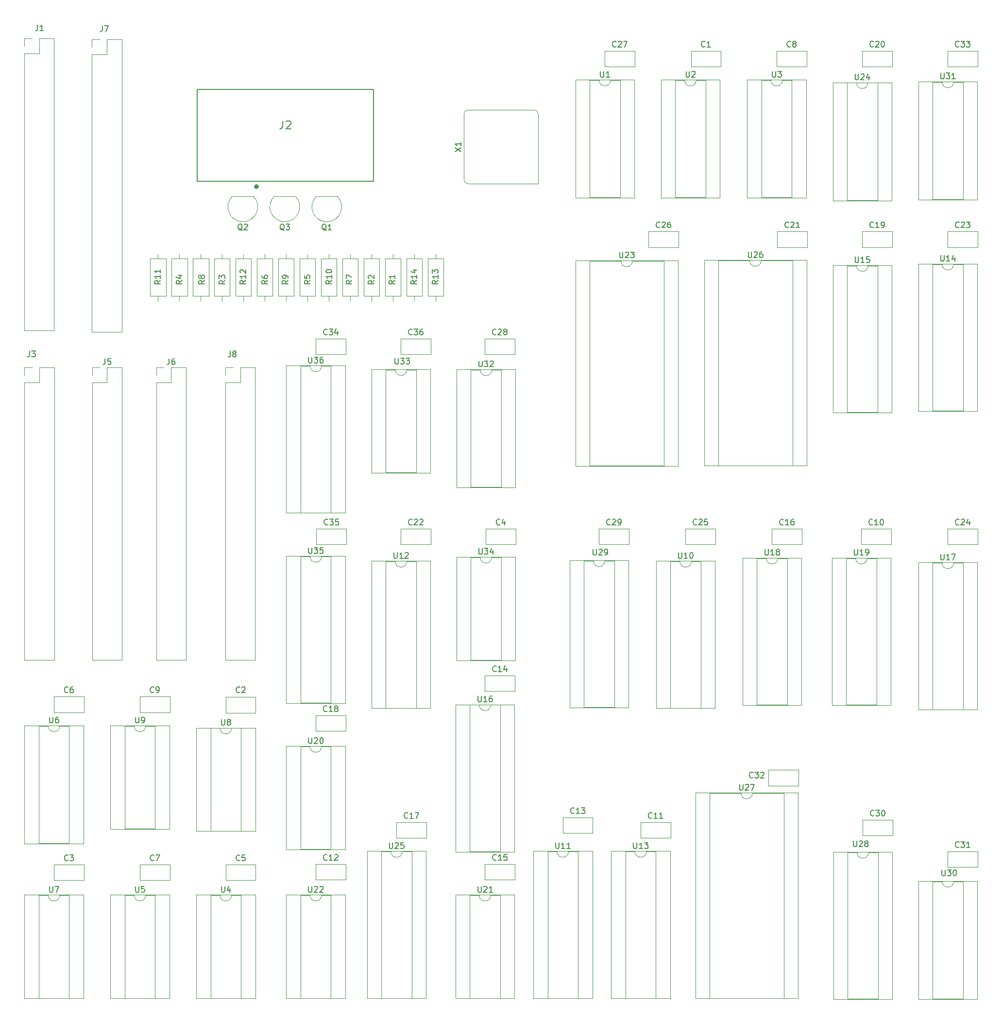
<source format=gbr>
%TF.GenerationSoftware,KiCad,Pcbnew,(6.0.7)*%
%TF.CreationDate,2022-10-13T11:24:39-04:00*%
%TF.ProjectId,VGA,5647412e-6b69-4636-9164-5f7063625858,1.0*%
%TF.SameCoordinates,Original*%
%TF.FileFunction,Legend,Top*%
%TF.FilePolarity,Positive*%
%FSLAX46Y46*%
G04 Gerber Fmt 4.6, Leading zero omitted, Abs format (unit mm)*
G04 Created by KiCad (PCBNEW (6.0.7)) date 2022-10-13 11:24:39*
%MOMM*%
%LPD*%
G01*
G04 APERTURE LIST*
%ADD10C,0.150000*%
%ADD11C,0.120000*%
%ADD12C,0.400000*%
%ADD13C,0.127000*%
G04 APERTURE END LIST*
D10*
%TO.C,R4*%
X157230680Y-95085057D02*
X156754490Y-95418391D01*
X157230680Y-95656486D02*
X156230680Y-95656486D01*
X156230680Y-95275533D01*
X156278300Y-95180295D01*
X156325919Y-95132676D01*
X156421157Y-95085057D01*
X156564014Y-95085057D01*
X156659252Y-95132676D01*
X156706871Y-95180295D01*
X156754490Y-95275533D01*
X156754490Y-95656486D01*
X156564014Y-94227914D02*
X157230680Y-94227914D01*
X156183061Y-94466010D02*
X156897347Y-94704105D01*
X156897347Y-94085057D01*
%TO.C,C15*%
X212005142Y-195987142D02*
X211957523Y-196034761D01*
X211814666Y-196082380D01*
X211719428Y-196082380D01*
X211576571Y-196034761D01*
X211481333Y-195939523D01*
X211433714Y-195844285D01*
X211386095Y-195653809D01*
X211386095Y-195510952D01*
X211433714Y-195320476D01*
X211481333Y-195225238D01*
X211576571Y-195130000D01*
X211719428Y-195082380D01*
X211814666Y-195082380D01*
X211957523Y-195130000D01*
X212005142Y-195177619D01*
X212957523Y-196082380D02*
X212386095Y-196082380D01*
X212671809Y-196082380D02*
X212671809Y-195082380D01*
X212576571Y-195225238D01*
X212481333Y-195320476D01*
X212386095Y-195368095D01*
X213862285Y-195082380D02*
X213386095Y-195082380D01*
X213338476Y-195558571D01*
X213386095Y-195510952D01*
X213481333Y-195463333D01*
X213719428Y-195463333D01*
X213814666Y-195510952D01*
X213862285Y-195558571D01*
X213909904Y-195653809D01*
X213909904Y-195891904D01*
X213862285Y-195987142D01*
X213814666Y-196034761D01*
X213719428Y-196082380D01*
X213481333Y-196082380D01*
X213386095Y-196034761D01*
X213338476Y-195987142D01*
%TO.C,C35*%
X182633542Y-137562142D02*
X182585923Y-137609761D01*
X182443066Y-137657380D01*
X182347828Y-137657380D01*
X182204971Y-137609761D01*
X182109733Y-137514523D01*
X182062114Y-137419285D01*
X182014495Y-137228809D01*
X182014495Y-137085952D01*
X182062114Y-136895476D01*
X182109733Y-136800238D01*
X182204971Y-136705000D01*
X182347828Y-136657380D01*
X182443066Y-136657380D01*
X182585923Y-136705000D01*
X182633542Y-136752619D01*
X182966876Y-136657380D02*
X183585923Y-136657380D01*
X183252590Y-137038333D01*
X183395447Y-137038333D01*
X183490685Y-137085952D01*
X183538304Y-137133571D01*
X183585923Y-137228809D01*
X183585923Y-137466904D01*
X183538304Y-137562142D01*
X183490685Y-137609761D01*
X183395447Y-137657380D01*
X183109733Y-137657380D01*
X183014495Y-137609761D01*
X182966876Y-137562142D01*
X184490685Y-136657380D02*
X184014495Y-136657380D01*
X183966876Y-137133571D01*
X184014495Y-137085952D01*
X184109733Y-137038333D01*
X184347828Y-137038333D01*
X184443066Y-137085952D01*
X184490685Y-137133571D01*
X184538304Y-137228809D01*
X184538304Y-137466904D01*
X184490685Y-137562142D01*
X184443066Y-137609761D01*
X184347828Y-137657380D01*
X184109733Y-137657380D01*
X184014495Y-137609761D01*
X183966876Y-137562142D01*
%TO.C,U7*%
X134152895Y-200632180D02*
X134152895Y-201441704D01*
X134200514Y-201536942D01*
X134248133Y-201584561D01*
X134343371Y-201632180D01*
X134533847Y-201632180D01*
X134629085Y-201584561D01*
X134676704Y-201536942D01*
X134724323Y-201441704D01*
X134724323Y-200632180D01*
X135105276Y-200632180D02*
X135771942Y-200632180D01*
X135343371Y-201632180D01*
%TO.C,C12*%
X182490342Y-195987142D02*
X182442723Y-196034761D01*
X182299866Y-196082380D01*
X182204628Y-196082380D01*
X182061771Y-196034761D01*
X181966533Y-195939523D01*
X181918914Y-195844285D01*
X181871295Y-195653809D01*
X181871295Y-195510952D01*
X181918914Y-195320476D01*
X181966533Y-195225238D01*
X182061771Y-195130000D01*
X182204628Y-195082380D01*
X182299866Y-195082380D01*
X182442723Y-195130000D01*
X182490342Y-195177619D01*
X183442723Y-196082380D02*
X182871295Y-196082380D01*
X183157009Y-196082380D02*
X183157009Y-195082380D01*
X183061771Y-195225238D01*
X182966533Y-195320476D01*
X182871295Y-195368095D01*
X183823676Y-195177619D02*
X183871295Y-195130000D01*
X183966533Y-195082380D01*
X184204628Y-195082380D01*
X184299866Y-195130000D01*
X184347485Y-195177619D01*
X184395104Y-195272857D01*
X184395104Y-195368095D01*
X184347485Y-195510952D01*
X183776057Y-196082380D01*
X184395104Y-196082380D01*
%TO.C,U4*%
X164104095Y-200632180D02*
X164104095Y-201441704D01*
X164151714Y-201536942D01*
X164199333Y-201584561D01*
X164294571Y-201632180D01*
X164485047Y-201632180D01*
X164580285Y-201584561D01*
X164627904Y-201536942D01*
X164675523Y-201441704D01*
X164675523Y-200632180D01*
X165580285Y-200965514D02*
X165580285Y-201632180D01*
X165342190Y-200584561D02*
X165104095Y-201298847D01*
X165723142Y-201298847D01*
%TO.C,U18*%
X258851304Y-141907380D02*
X258851304Y-142716904D01*
X258898923Y-142812142D01*
X258946542Y-142859761D01*
X259041780Y-142907380D01*
X259232257Y-142907380D01*
X259327495Y-142859761D01*
X259375114Y-142812142D01*
X259422733Y-142716904D01*
X259422733Y-141907380D01*
X260422733Y-142907380D02*
X259851304Y-142907380D01*
X260137019Y-142907380D02*
X260137019Y-141907380D01*
X260041780Y-142050238D01*
X259946542Y-142145476D01*
X259851304Y-142193095D01*
X260994161Y-142335952D02*
X260898923Y-142288333D01*
X260851304Y-142240714D01*
X260803685Y-142145476D01*
X260803685Y-142097857D01*
X260851304Y-142002619D01*
X260898923Y-141955000D01*
X260994161Y-141907380D01*
X261184638Y-141907380D01*
X261279876Y-141955000D01*
X261327495Y-142002619D01*
X261375114Y-142097857D01*
X261375114Y-142145476D01*
X261327495Y-142240714D01*
X261279876Y-142288333D01*
X261184638Y-142335952D01*
X260994161Y-142335952D01*
X260898923Y-142383571D01*
X260851304Y-142431190D01*
X260803685Y-142526428D01*
X260803685Y-142716904D01*
X260851304Y-142812142D01*
X260898923Y-142859761D01*
X260994161Y-142907380D01*
X261184638Y-142907380D01*
X261279876Y-142859761D01*
X261327495Y-142812142D01*
X261375114Y-142716904D01*
X261375114Y-142526428D01*
X261327495Y-142431190D01*
X261279876Y-142383571D01*
X261184638Y-142335952D01*
%TO.C,Q2*%
X167737961Y-86353419D02*
X167642723Y-86305800D01*
X167547485Y-86210561D01*
X167404628Y-86067704D01*
X167309390Y-86020085D01*
X167214152Y-86020085D01*
X167261771Y-86258180D02*
X167166533Y-86210561D01*
X167071295Y-86115323D01*
X167023676Y-85924847D01*
X167023676Y-85591514D01*
X167071295Y-85401038D01*
X167166533Y-85305800D01*
X167261771Y-85258180D01*
X167452247Y-85258180D01*
X167547485Y-85305800D01*
X167642723Y-85401038D01*
X167690342Y-85591514D01*
X167690342Y-85924847D01*
X167642723Y-86115323D01*
X167547485Y-86210561D01*
X167452247Y-86258180D01*
X167261771Y-86258180D01*
X168071295Y-85353419D02*
X168118914Y-85305800D01*
X168214152Y-85258180D01*
X168452247Y-85258180D01*
X168547485Y-85305800D01*
X168595104Y-85353419D01*
X168642723Y-85448657D01*
X168642723Y-85543895D01*
X168595104Y-85686752D01*
X168023676Y-86258180D01*
X168642723Y-86258180D01*
%TO.C,C9*%
X152313733Y-166792942D02*
X152266114Y-166840561D01*
X152123257Y-166888180D01*
X152028019Y-166888180D01*
X151885161Y-166840561D01*
X151789923Y-166745323D01*
X151742304Y-166650085D01*
X151694685Y-166459609D01*
X151694685Y-166316752D01*
X151742304Y-166126276D01*
X151789923Y-166031038D01*
X151885161Y-165935800D01*
X152028019Y-165888180D01*
X152123257Y-165888180D01*
X152266114Y-165935800D01*
X152313733Y-165983419D01*
X152789923Y-166888180D02*
X152980400Y-166888180D01*
X153075638Y-166840561D01*
X153123257Y-166792942D01*
X153218495Y-166650085D01*
X153266114Y-166459609D01*
X153266114Y-166078657D01*
X153218495Y-165983419D01*
X153170876Y-165935800D01*
X153075638Y-165888180D01*
X152885161Y-165888180D01*
X152789923Y-165935800D01*
X152742304Y-165983419D01*
X152694685Y-166078657D01*
X152694685Y-166316752D01*
X152742304Y-166411990D01*
X152789923Y-166459609D01*
X152885161Y-166507228D01*
X153075638Y-166507228D01*
X153170876Y-166459609D01*
X153218495Y-166411990D01*
X153266114Y-166316752D01*
%TO.C,U11*%
X222383504Y-193012180D02*
X222383504Y-193821704D01*
X222431123Y-193916942D01*
X222478742Y-193964561D01*
X222573980Y-194012180D01*
X222764457Y-194012180D01*
X222859695Y-193964561D01*
X222907314Y-193916942D01*
X222954933Y-193821704D01*
X222954933Y-193012180D01*
X223954933Y-194012180D02*
X223383504Y-194012180D01*
X223669219Y-194012180D02*
X223669219Y-193012180D01*
X223573980Y-193155038D01*
X223478742Y-193250276D01*
X223383504Y-193297895D01*
X224907314Y-194012180D02*
X224335885Y-194012180D01*
X224621600Y-194012180D02*
X224621600Y-193012180D01*
X224526361Y-193155038D01*
X224431123Y-193250276D01*
X224335885Y-193297895D01*
%TO.C,U29*%
X228901104Y-141905580D02*
X228901104Y-142715104D01*
X228948723Y-142810342D01*
X228996342Y-142857961D01*
X229091580Y-142905580D01*
X229282057Y-142905580D01*
X229377295Y-142857961D01*
X229424914Y-142810342D01*
X229472533Y-142715104D01*
X229472533Y-141905580D01*
X229901104Y-142000819D02*
X229948723Y-141953200D01*
X230043961Y-141905580D01*
X230282057Y-141905580D01*
X230377295Y-141953200D01*
X230424914Y-142000819D01*
X230472533Y-142096057D01*
X230472533Y-142191295D01*
X230424914Y-142334152D01*
X229853485Y-142905580D01*
X230472533Y-142905580D01*
X230948723Y-142905580D02*
X231139200Y-142905580D01*
X231234438Y-142857961D01*
X231282057Y-142810342D01*
X231377295Y-142667485D01*
X231424914Y-142477009D01*
X231424914Y-142096057D01*
X231377295Y-142000819D01*
X231329676Y-141953200D01*
X231234438Y-141905580D01*
X231043961Y-141905580D01*
X230948723Y-141953200D01*
X230901104Y-142000819D01*
X230853485Y-142096057D01*
X230853485Y-142334152D01*
X230901104Y-142429390D01*
X230948723Y-142477009D01*
X231043961Y-142524628D01*
X231234438Y-142524628D01*
X231329676Y-142477009D01*
X231377295Y-142429390D01*
X231424914Y-142334152D01*
%TO.C,C28*%
X211965542Y-104440542D02*
X211917923Y-104488161D01*
X211775066Y-104535780D01*
X211679828Y-104535780D01*
X211536971Y-104488161D01*
X211441733Y-104392923D01*
X211394114Y-104297685D01*
X211346495Y-104107209D01*
X211346495Y-103964352D01*
X211394114Y-103773876D01*
X211441733Y-103678638D01*
X211536971Y-103583400D01*
X211679828Y-103535780D01*
X211775066Y-103535780D01*
X211917923Y-103583400D01*
X211965542Y-103631019D01*
X212346495Y-103631019D02*
X212394114Y-103583400D01*
X212489352Y-103535780D01*
X212727447Y-103535780D01*
X212822685Y-103583400D01*
X212870304Y-103631019D01*
X212917923Y-103726257D01*
X212917923Y-103821495D01*
X212870304Y-103964352D01*
X212298876Y-104535780D01*
X212917923Y-104535780D01*
X213489352Y-103964352D02*
X213394114Y-103916733D01*
X213346495Y-103869114D01*
X213298876Y-103773876D01*
X213298876Y-103726257D01*
X213346495Y-103631019D01*
X213394114Y-103583400D01*
X213489352Y-103535780D01*
X213679828Y-103535780D01*
X213775066Y-103583400D01*
X213822685Y-103631019D01*
X213870304Y-103726257D01*
X213870304Y-103773876D01*
X213822685Y-103869114D01*
X213775066Y-103916733D01*
X213679828Y-103964352D01*
X213489352Y-103964352D01*
X213394114Y-104011971D01*
X213346495Y-104059590D01*
X213298876Y-104154828D01*
X213298876Y-104345304D01*
X213346495Y-104440542D01*
X213394114Y-104488161D01*
X213489352Y-104535780D01*
X213679828Y-104535780D01*
X213775066Y-104488161D01*
X213822685Y-104440542D01*
X213870304Y-104345304D01*
X213870304Y-104154828D01*
X213822685Y-104059590D01*
X213775066Y-104011971D01*
X213679828Y-103964352D01*
%TO.C,C36*%
X197344742Y-104440542D02*
X197297123Y-104488161D01*
X197154266Y-104535780D01*
X197059028Y-104535780D01*
X196916171Y-104488161D01*
X196820933Y-104392923D01*
X196773314Y-104297685D01*
X196725695Y-104107209D01*
X196725695Y-103964352D01*
X196773314Y-103773876D01*
X196820933Y-103678638D01*
X196916171Y-103583400D01*
X197059028Y-103535780D01*
X197154266Y-103535780D01*
X197297123Y-103583400D01*
X197344742Y-103631019D01*
X197678076Y-103535780D02*
X198297123Y-103535780D01*
X197963790Y-103916733D01*
X198106647Y-103916733D01*
X198201885Y-103964352D01*
X198249504Y-104011971D01*
X198297123Y-104107209D01*
X198297123Y-104345304D01*
X198249504Y-104440542D01*
X198201885Y-104488161D01*
X198106647Y-104535780D01*
X197820933Y-104535780D01*
X197725695Y-104488161D01*
X197678076Y-104440542D01*
X199154266Y-103535780D02*
X198963790Y-103535780D01*
X198868552Y-103583400D01*
X198820933Y-103631019D01*
X198725695Y-103773876D01*
X198678076Y-103964352D01*
X198678076Y-104345304D01*
X198725695Y-104440542D01*
X198773314Y-104488161D01*
X198868552Y-104535780D01*
X199059028Y-104535780D01*
X199154266Y-104488161D01*
X199201885Y-104440542D01*
X199249504Y-104345304D01*
X199249504Y-104107209D01*
X199201885Y-104011971D01*
X199154266Y-103964352D01*
X199059028Y-103916733D01*
X198868552Y-103916733D01*
X198773314Y-103964352D01*
X198725695Y-104011971D01*
X198678076Y-104107209D01*
%TO.C,J7*%
X143329066Y-50709601D02*
X143329066Y-51423887D01*
X143281447Y-51566744D01*
X143186209Y-51661982D01*
X143043352Y-51709601D01*
X142948114Y-51709601D01*
X143710019Y-50709601D02*
X144376685Y-50709601D01*
X143948114Y-51709601D01*
%TO.C,R7*%
X186837948Y-95085057D02*
X186361758Y-95418391D01*
X186837948Y-95656486D02*
X185837948Y-95656486D01*
X185837948Y-95275533D01*
X185885568Y-95180295D01*
X185933187Y-95132676D01*
X186028425Y-95085057D01*
X186171282Y-95085057D01*
X186266520Y-95132676D01*
X186314139Y-95180295D01*
X186361758Y-95275533D01*
X186361758Y-95656486D01*
X185837948Y-94751724D02*
X185837948Y-94085057D01*
X186837948Y-94513629D01*
%TO.C,C16*%
X262036542Y-137562142D02*
X261988923Y-137609761D01*
X261846066Y-137657380D01*
X261750828Y-137657380D01*
X261607971Y-137609761D01*
X261512733Y-137514523D01*
X261465114Y-137419285D01*
X261417495Y-137228809D01*
X261417495Y-137085952D01*
X261465114Y-136895476D01*
X261512733Y-136800238D01*
X261607971Y-136705000D01*
X261750828Y-136657380D01*
X261846066Y-136657380D01*
X261988923Y-136705000D01*
X262036542Y-136752619D01*
X262988923Y-137657380D02*
X262417495Y-137657380D01*
X262703209Y-137657380D02*
X262703209Y-136657380D01*
X262607971Y-136800238D01*
X262512733Y-136895476D01*
X262417495Y-136943095D01*
X263846066Y-136657380D02*
X263655590Y-136657380D01*
X263560352Y-136705000D01*
X263512733Y-136752619D01*
X263417495Y-136895476D01*
X263369876Y-137085952D01*
X263369876Y-137466904D01*
X263417495Y-137562142D01*
X263465114Y-137609761D01*
X263560352Y-137657380D01*
X263750828Y-137657380D01*
X263846066Y-137609761D01*
X263893685Y-137562142D01*
X263941304Y-137466904D01*
X263941304Y-137228809D01*
X263893685Y-137133571D01*
X263846066Y-137085952D01*
X263750828Y-137038333D01*
X263560352Y-137038333D01*
X263465114Y-137085952D01*
X263417495Y-137133571D01*
X263369876Y-137228809D01*
%TO.C,U28*%
X274295404Y-192700580D02*
X274295404Y-193510104D01*
X274343023Y-193605342D01*
X274390642Y-193652961D01*
X274485880Y-193700580D01*
X274676357Y-193700580D01*
X274771595Y-193652961D01*
X274819214Y-193605342D01*
X274866833Y-193510104D01*
X274866833Y-192700580D01*
X275295404Y-192795819D02*
X275343023Y-192748200D01*
X275438261Y-192700580D01*
X275676357Y-192700580D01*
X275771595Y-192748200D01*
X275819214Y-192795819D01*
X275866833Y-192891057D01*
X275866833Y-192986295D01*
X275819214Y-193129152D01*
X275247785Y-193700580D01*
X275866833Y-193700580D01*
X276438261Y-193129152D02*
X276343023Y-193081533D01*
X276295404Y-193033914D01*
X276247785Y-192938676D01*
X276247785Y-192891057D01*
X276295404Y-192795819D01*
X276343023Y-192748200D01*
X276438261Y-192700580D01*
X276628738Y-192700580D01*
X276723976Y-192748200D01*
X276771595Y-192795819D01*
X276819214Y-192891057D01*
X276819214Y-192938676D01*
X276771595Y-193033914D01*
X276723976Y-193081533D01*
X276628738Y-193129152D01*
X276438261Y-193129152D01*
X276343023Y-193176771D01*
X276295404Y-193224390D01*
X276247785Y-193319628D01*
X276247785Y-193510104D01*
X276295404Y-193605342D01*
X276343023Y-193652961D01*
X276438261Y-193700580D01*
X276628738Y-193700580D01*
X276723976Y-193652961D01*
X276771595Y-193605342D01*
X276819214Y-193510104D01*
X276819214Y-193319628D01*
X276771595Y-193224390D01*
X276723976Y-193176771D01*
X276628738Y-193129152D01*
%TO.C,X1*%
X204844380Y-72594923D02*
X205844380Y-71928257D01*
X204844380Y-71928257D02*
X205844380Y-72594923D01*
X205844380Y-71023495D02*
X205844380Y-71594923D01*
X205844380Y-71309209D02*
X204844380Y-71309209D01*
X204987238Y-71404447D01*
X205082476Y-71499685D01*
X205130095Y-71594923D01*
%TO.C,U13*%
X235947104Y-193012180D02*
X235947104Y-193821704D01*
X235994723Y-193916942D01*
X236042342Y-193964561D01*
X236137580Y-194012180D01*
X236328057Y-194012180D01*
X236423295Y-193964561D01*
X236470914Y-193916942D01*
X236518533Y-193821704D01*
X236518533Y-193012180D01*
X237518533Y-194012180D02*
X236947104Y-194012180D01*
X237232819Y-194012180D02*
X237232819Y-193012180D01*
X237137580Y-193155038D01*
X237042342Y-193250276D01*
X236947104Y-193297895D01*
X237851866Y-193012180D02*
X238470914Y-193012180D01*
X238137580Y-193393133D01*
X238280438Y-193393133D01*
X238375676Y-193440752D01*
X238423295Y-193488371D01*
X238470914Y-193583609D01*
X238470914Y-193821704D01*
X238423295Y-193916942D01*
X238375676Y-193964561D01*
X238280438Y-194012180D01*
X237994723Y-194012180D01*
X237899485Y-193964561D01*
X237851866Y-193916942D01*
%TO.C,R8*%
X161154080Y-95085057D02*
X160677890Y-95418391D01*
X161154080Y-95656486D02*
X160154080Y-95656486D01*
X160154080Y-95275533D01*
X160201700Y-95180295D01*
X160249319Y-95132676D01*
X160344557Y-95085057D01*
X160487414Y-95085057D01*
X160582652Y-95132676D01*
X160630271Y-95180295D01*
X160677890Y-95275533D01*
X160677890Y-95656486D01*
X160582652Y-94513629D02*
X160535033Y-94608867D01*
X160487414Y-94656486D01*
X160392176Y-94704105D01*
X160344557Y-94704105D01*
X160249319Y-94656486D01*
X160201700Y-94608867D01*
X160154080Y-94513629D01*
X160154080Y-94323152D01*
X160201700Y-94227914D01*
X160249319Y-94180295D01*
X160344557Y-94132676D01*
X160392176Y-94132676D01*
X160487414Y-94180295D01*
X160535033Y-94227914D01*
X160582652Y-94323152D01*
X160582652Y-94513629D01*
X160630271Y-94608867D01*
X160677890Y-94656486D01*
X160773128Y-94704105D01*
X160963604Y-94704105D01*
X161058842Y-94656486D01*
X161106461Y-94608867D01*
X161154080Y-94513629D01*
X161154080Y-94323152D01*
X161106461Y-94227914D01*
X161058842Y-94180295D01*
X160963604Y-94132676D01*
X160773128Y-94132676D01*
X160677890Y-94180295D01*
X160630271Y-94227914D01*
X160582652Y-94323152D01*
%TO.C,J1*%
X132051466Y-50557201D02*
X132051466Y-51271487D01*
X132003847Y-51414344D01*
X131908609Y-51509582D01*
X131765752Y-51557201D01*
X131670514Y-51557201D01*
X133051466Y-51557201D02*
X132480038Y-51557201D01*
X132765752Y-51557201D02*
X132765752Y-50557201D01*
X132670514Y-50700059D01*
X132575276Y-50795297D01*
X132480038Y-50842916D01*
%TO.C,C1*%
X248396433Y-54290942D02*
X248348814Y-54338561D01*
X248205957Y-54386180D01*
X248110719Y-54386180D01*
X247967861Y-54338561D01*
X247872623Y-54243323D01*
X247825004Y-54148085D01*
X247777385Y-53957609D01*
X247777385Y-53814752D01*
X247825004Y-53624276D01*
X247872623Y-53529038D01*
X247967861Y-53433800D01*
X248110719Y-53386180D01*
X248205957Y-53386180D01*
X248348814Y-53433800D01*
X248396433Y-53481419D01*
X249348814Y-54386180D02*
X248777385Y-54386180D01*
X249063100Y-54386180D02*
X249063100Y-53386180D01*
X248967861Y-53529038D01*
X248872623Y-53624276D01*
X248777385Y-53671895D01*
%TO.C,C6*%
X137338133Y-166792942D02*
X137290514Y-166840561D01*
X137147657Y-166888180D01*
X137052419Y-166888180D01*
X136909561Y-166840561D01*
X136814323Y-166745323D01*
X136766704Y-166650085D01*
X136719085Y-166459609D01*
X136719085Y-166316752D01*
X136766704Y-166126276D01*
X136814323Y-166031038D01*
X136909561Y-165935800D01*
X137052419Y-165888180D01*
X137147657Y-165888180D01*
X137290514Y-165935800D01*
X137338133Y-165983419D01*
X138195276Y-165888180D02*
X138004800Y-165888180D01*
X137909561Y-165935800D01*
X137861942Y-165983419D01*
X137766704Y-166126276D01*
X137719085Y-166316752D01*
X137719085Y-166697704D01*
X137766704Y-166792942D01*
X137814323Y-166840561D01*
X137909561Y-166888180D01*
X138100038Y-166888180D01*
X138195276Y-166840561D01*
X138242895Y-166792942D01*
X138290514Y-166697704D01*
X138290514Y-166459609D01*
X138242895Y-166364371D01*
X138195276Y-166316752D01*
X138100038Y-166269133D01*
X137909561Y-166269133D01*
X137814323Y-166316752D01*
X137766704Y-166364371D01*
X137719085Y-166459609D01*
%TO.C,U14*%
X289490304Y-90690980D02*
X289490304Y-91500504D01*
X289537923Y-91595742D01*
X289585542Y-91643361D01*
X289680780Y-91690980D01*
X289871257Y-91690980D01*
X289966495Y-91643361D01*
X290014114Y-91595742D01*
X290061733Y-91500504D01*
X290061733Y-90690980D01*
X291061733Y-91690980D02*
X290490304Y-91690980D01*
X290776019Y-91690980D02*
X290776019Y-90690980D01*
X290680780Y-90833838D01*
X290585542Y-90929076D01*
X290490304Y-90976695D01*
X291918876Y-91024314D02*
X291918876Y-91690980D01*
X291680780Y-90643361D02*
X291442685Y-91357647D01*
X292061733Y-91357647D01*
%TO.C,U9*%
X149128495Y-171138180D02*
X149128495Y-171947704D01*
X149176114Y-172042942D01*
X149223733Y-172090561D01*
X149318971Y-172138180D01*
X149509447Y-172138180D01*
X149604685Y-172090561D01*
X149652304Y-172042942D01*
X149699923Y-171947704D01*
X149699923Y-171138180D01*
X150223733Y-172138180D02*
X150414209Y-172138180D01*
X150509447Y-172090561D01*
X150557066Y-172042942D01*
X150652304Y-171900085D01*
X150699923Y-171709609D01*
X150699923Y-171328657D01*
X150652304Y-171233419D01*
X150604685Y-171185800D01*
X150509447Y-171138180D01*
X150318971Y-171138180D01*
X150223733Y-171185800D01*
X150176114Y-171233419D01*
X150128495Y-171328657D01*
X150128495Y-171566752D01*
X150176114Y-171661990D01*
X150223733Y-171709609D01*
X150318971Y-171757228D01*
X150509447Y-171757228D01*
X150604685Y-171709609D01*
X150652304Y-171661990D01*
X150699923Y-171566752D01*
%TO.C,U12*%
X194159504Y-142471180D02*
X194159504Y-143280704D01*
X194207123Y-143375942D01*
X194254742Y-143423561D01*
X194349980Y-143471180D01*
X194540457Y-143471180D01*
X194635695Y-143423561D01*
X194683314Y-143375942D01*
X194730933Y-143280704D01*
X194730933Y-142471180D01*
X195730933Y-143471180D02*
X195159504Y-143471180D01*
X195445219Y-143471180D02*
X195445219Y-142471180D01*
X195349980Y-142614038D01*
X195254742Y-142709276D01*
X195159504Y-142756895D01*
X196111885Y-142566419D02*
X196159504Y-142518800D01*
X196254742Y-142471180D01*
X196492838Y-142471180D01*
X196588076Y-142518800D01*
X196635695Y-142566419D01*
X196683314Y-142661657D01*
X196683314Y-142756895D01*
X196635695Y-142899752D01*
X196064266Y-143471180D01*
X196683314Y-143471180D01*
%TO.C,R10*%
X183322380Y-95085057D02*
X182846190Y-95418390D01*
X183322380Y-95656485D02*
X182322380Y-95656485D01*
X182322380Y-95275533D01*
X182370000Y-95180295D01*
X182417619Y-95132676D01*
X182512857Y-95085057D01*
X182655714Y-95085057D01*
X182750952Y-95132676D01*
X182798571Y-95180295D01*
X182846190Y-95275533D01*
X182846190Y-95656485D01*
X183322380Y-94132676D02*
X183322380Y-94704104D01*
X183322380Y-94418390D02*
X182322380Y-94418390D01*
X182465238Y-94513628D01*
X182560476Y-94608866D01*
X182608095Y-94704104D01*
X182322380Y-93513628D02*
X182322380Y-93418390D01*
X182370000Y-93323152D01*
X182417619Y-93275533D01*
X182512857Y-93227914D01*
X182703333Y-93180295D01*
X182941428Y-93180295D01*
X183131904Y-93227914D01*
X183227142Y-93275533D01*
X183274761Y-93323152D01*
X183322380Y-93418390D01*
X183322380Y-93513628D01*
X183274761Y-93608866D01*
X183227142Y-93656485D01*
X183131904Y-93704104D01*
X182941428Y-93751723D01*
X182703333Y-93751723D01*
X182512857Y-93704104D01*
X182417619Y-93656485D01*
X182370000Y-93608866D01*
X182322380Y-93513628D01*
%TO.C,R1*%
X194326380Y-95085057D02*
X193850190Y-95418391D01*
X194326380Y-95656486D02*
X193326380Y-95656486D01*
X193326380Y-95275533D01*
X193374000Y-95180295D01*
X193421619Y-95132676D01*
X193516857Y-95085057D01*
X193659714Y-95085057D01*
X193754952Y-95132676D01*
X193802571Y-95180295D01*
X193850190Y-95275533D01*
X193850190Y-95656486D01*
X194326380Y-94132676D02*
X194326380Y-94704105D01*
X194326380Y-94418391D02*
X193326380Y-94418391D01*
X193469238Y-94513629D01*
X193564476Y-94608867D01*
X193612095Y-94704105D01*
%TO.C,J8*%
X165650666Y-107381980D02*
X165650666Y-108096266D01*
X165603047Y-108239123D01*
X165507809Y-108334361D01*
X165364952Y-108381980D01*
X165269714Y-108381980D01*
X166269714Y-107810552D02*
X166174476Y-107762933D01*
X166126857Y-107715314D01*
X166079238Y-107620076D01*
X166079238Y-107572457D01*
X166126857Y-107477219D01*
X166174476Y-107429600D01*
X166269714Y-107381980D01*
X166460190Y-107381980D01*
X166555428Y-107429600D01*
X166603047Y-107477219D01*
X166650666Y-107572457D01*
X166650666Y-107620076D01*
X166603047Y-107715314D01*
X166555428Y-107762933D01*
X166460190Y-107810552D01*
X166269714Y-107810552D01*
X166174476Y-107858171D01*
X166126857Y-107905790D01*
X166079238Y-108001028D01*
X166079238Y-108191504D01*
X166126857Y-108286742D01*
X166174476Y-108334361D01*
X166269714Y-108381980D01*
X166460190Y-108381980D01*
X166555428Y-108334361D01*
X166603047Y-108286742D01*
X166650666Y-108191504D01*
X166650666Y-108001028D01*
X166603047Y-107905790D01*
X166555428Y-107858171D01*
X166460190Y-107810552D01*
%TO.C,U2*%
X245093395Y-58636180D02*
X245093395Y-59445704D01*
X245141014Y-59540942D01*
X245188633Y-59588561D01*
X245283871Y-59636180D01*
X245474347Y-59636180D01*
X245569585Y-59588561D01*
X245617204Y-59540942D01*
X245664823Y-59445704D01*
X245664823Y-58636180D01*
X246093395Y-58731419D02*
X246141014Y-58683800D01*
X246236252Y-58636180D01*
X246474347Y-58636180D01*
X246569585Y-58683800D01*
X246617204Y-58731419D01*
X246664823Y-58826657D01*
X246664823Y-58921895D01*
X246617204Y-59064752D01*
X246045776Y-59636180D01*
X246664823Y-59636180D01*
%TO.C,C3*%
X137338133Y-196051142D02*
X137290514Y-196098761D01*
X137147657Y-196146380D01*
X137052419Y-196146380D01*
X136909561Y-196098761D01*
X136814323Y-196003523D01*
X136766704Y-195908285D01*
X136719085Y-195717809D01*
X136719085Y-195574952D01*
X136766704Y-195384476D01*
X136814323Y-195289238D01*
X136909561Y-195194000D01*
X137052419Y-195146380D01*
X137147657Y-195146380D01*
X137290514Y-195194000D01*
X137338133Y-195241619D01*
X137671466Y-195146380D02*
X138290514Y-195146380D01*
X137957180Y-195527333D01*
X138100038Y-195527333D01*
X138195276Y-195574952D01*
X138242895Y-195622571D01*
X138290514Y-195717809D01*
X138290514Y-195955904D01*
X138242895Y-196051142D01*
X138195276Y-196098761D01*
X138100038Y-196146380D01*
X137814323Y-196146380D01*
X137719085Y-196098761D01*
X137671466Y-196051142D01*
%TO.C,U36*%
X179305104Y-108435180D02*
X179305104Y-109244704D01*
X179352723Y-109339942D01*
X179400342Y-109387561D01*
X179495580Y-109435180D01*
X179686057Y-109435180D01*
X179781295Y-109387561D01*
X179828914Y-109339942D01*
X179876533Y-109244704D01*
X179876533Y-108435180D01*
X180257485Y-108435180D02*
X180876533Y-108435180D01*
X180543200Y-108816133D01*
X180686057Y-108816133D01*
X180781295Y-108863752D01*
X180828914Y-108911371D01*
X180876533Y-109006609D01*
X180876533Y-109244704D01*
X180828914Y-109339942D01*
X180781295Y-109387561D01*
X180686057Y-109435180D01*
X180400342Y-109435180D01*
X180305104Y-109387561D01*
X180257485Y-109339942D01*
X181733676Y-108435180D02*
X181543200Y-108435180D01*
X181447961Y-108482800D01*
X181400342Y-108530419D01*
X181305104Y-108673276D01*
X181257485Y-108863752D01*
X181257485Y-109244704D01*
X181305104Y-109339942D01*
X181352723Y-109387561D01*
X181447961Y-109435180D01*
X181638438Y-109435180D01*
X181733676Y-109387561D01*
X181781295Y-109339942D01*
X181828914Y-109244704D01*
X181828914Y-109006609D01*
X181781295Y-108911371D01*
X181733676Y-108863752D01*
X181638438Y-108816133D01*
X181447961Y-108816133D01*
X181352723Y-108863752D01*
X181305104Y-108911371D01*
X181257485Y-109006609D01*
%TO.C,J6*%
X155003066Y-108699580D02*
X155003066Y-109413866D01*
X154955447Y-109556723D01*
X154860209Y-109651961D01*
X154717352Y-109699580D01*
X154622114Y-109699580D01*
X155907828Y-108699580D02*
X155717352Y-108699580D01*
X155622114Y-108747200D01*
X155574495Y-108794819D01*
X155479257Y-108937676D01*
X155431638Y-109128152D01*
X155431638Y-109509104D01*
X155479257Y-109604342D01*
X155526876Y-109651961D01*
X155622114Y-109699580D01*
X155812590Y-109699580D01*
X155907828Y-109651961D01*
X155955447Y-109604342D01*
X156003066Y-109509104D01*
X156003066Y-109271009D01*
X155955447Y-109175771D01*
X155907828Y-109128152D01*
X155812590Y-109080533D01*
X155622114Y-109080533D01*
X155526876Y-109128152D01*
X155479257Y-109175771D01*
X155431638Y-109271009D01*
%TO.C,U24*%
X274571904Y-59098380D02*
X274571904Y-59907904D01*
X274619523Y-60003142D01*
X274667142Y-60050761D01*
X274762380Y-60098380D01*
X274952857Y-60098380D01*
X275048095Y-60050761D01*
X275095714Y-60003142D01*
X275143333Y-59907904D01*
X275143333Y-59098380D01*
X275571904Y-59193619D02*
X275619523Y-59146000D01*
X275714761Y-59098380D01*
X275952857Y-59098380D01*
X276048095Y-59146000D01*
X276095714Y-59193619D01*
X276143333Y-59288857D01*
X276143333Y-59384095D01*
X276095714Y-59526952D01*
X275524285Y-60098380D01*
X276143333Y-60098380D01*
X277000476Y-59431714D02*
X277000476Y-60098380D01*
X276762380Y-59050761D02*
X276524285Y-59765047D01*
X277143333Y-59765047D01*
%TO.C,R3*%
X164721780Y-95085057D02*
X164245590Y-95418391D01*
X164721780Y-95656486D02*
X163721780Y-95656486D01*
X163721780Y-95275533D01*
X163769400Y-95180295D01*
X163817019Y-95132676D01*
X163912257Y-95085057D01*
X164055114Y-95085057D01*
X164150352Y-95132676D01*
X164197971Y-95180295D01*
X164245590Y-95275533D01*
X164245590Y-95656486D01*
X163721780Y-94751724D02*
X163721780Y-94132676D01*
X164102733Y-94466010D01*
X164102733Y-94323152D01*
X164150352Y-94227914D01*
X164197971Y-94180295D01*
X164293209Y-94132676D01*
X164531304Y-94132676D01*
X164626542Y-94180295D01*
X164674161Y-94227914D01*
X164721780Y-94323152D01*
X164721780Y-94608867D01*
X164674161Y-94704105D01*
X164626542Y-94751724D01*
%TO.C,U8*%
X164104095Y-171518780D02*
X164104095Y-172328304D01*
X164151714Y-172423542D01*
X164199333Y-172471161D01*
X164294571Y-172518780D01*
X164485047Y-172518780D01*
X164580285Y-172471161D01*
X164627904Y-172423542D01*
X164675523Y-172328304D01*
X164675523Y-171518780D01*
X165294571Y-171947352D02*
X165199333Y-171899733D01*
X165151714Y-171852114D01*
X165104095Y-171756876D01*
X165104095Y-171709257D01*
X165151714Y-171614019D01*
X165199333Y-171566400D01*
X165294571Y-171518780D01*
X165485047Y-171518780D01*
X165580285Y-171566400D01*
X165627904Y-171614019D01*
X165675523Y-171709257D01*
X165675523Y-171756876D01*
X165627904Y-171852114D01*
X165580285Y-171899733D01*
X165485047Y-171947352D01*
X165294571Y-171947352D01*
X165199333Y-171994971D01*
X165151714Y-172042590D01*
X165104095Y-172137828D01*
X165104095Y-172328304D01*
X165151714Y-172423542D01*
X165199333Y-172471161D01*
X165294571Y-172518780D01*
X165485047Y-172518780D01*
X165580285Y-172471161D01*
X165627904Y-172423542D01*
X165675523Y-172328304D01*
X165675523Y-172137828D01*
X165627904Y-172042590D01*
X165580285Y-171994971D01*
X165485047Y-171947352D01*
%TO.C,R11*%
X153459780Y-95085057D02*
X152983590Y-95418390D01*
X153459780Y-95656485D02*
X152459780Y-95656485D01*
X152459780Y-95275533D01*
X152507400Y-95180295D01*
X152555019Y-95132676D01*
X152650257Y-95085057D01*
X152793114Y-95085057D01*
X152888352Y-95132676D01*
X152935971Y-95180295D01*
X152983590Y-95275533D01*
X152983590Y-95656485D01*
X153459780Y-94132676D02*
X153459780Y-94704104D01*
X153459780Y-94418390D02*
X152459780Y-94418390D01*
X152602638Y-94513628D01*
X152697876Y-94608866D01*
X152745495Y-94704104D01*
X153459780Y-93180295D02*
X153459780Y-93751723D01*
X153459780Y-93466009D02*
X152459780Y-93466009D01*
X152602638Y-93561247D01*
X152697876Y-93656485D01*
X152745495Y-93751723D01*
%TO.C,C18*%
X182490342Y-170074142D02*
X182442723Y-170121761D01*
X182299866Y-170169380D01*
X182204628Y-170169380D01*
X182061771Y-170121761D01*
X181966533Y-170026523D01*
X181918914Y-169931285D01*
X181871295Y-169740809D01*
X181871295Y-169597952D01*
X181918914Y-169407476D01*
X181966533Y-169312238D01*
X182061771Y-169217000D01*
X182204628Y-169169380D01*
X182299866Y-169169380D01*
X182442723Y-169217000D01*
X182490342Y-169264619D01*
X183442723Y-170169380D02*
X182871295Y-170169380D01*
X183157009Y-170169380D02*
X183157009Y-169169380D01*
X183061771Y-169312238D01*
X182966533Y-169407476D01*
X182871295Y-169455095D01*
X184014152Y-169597952D02*
X183918914Y-169550333D01*
X183871295Y-169502714D01*
X183823676Y-169407476D01*
X183823676Y-169359857D01*
X183871295Y-169264619D01*
X183918914Y-169217000D01*
X184014152Y-169169380D01*
X184204628Y-169169380D01*
X184299866Y-169217000D01*
X184347485Y-169264619D01*
X184395104Y-169359857D01*
X184395104Y-169407476D01*
X184347485Y-169502714D01*
X184299866Y-169550333D01*
X184204628Y-169597952D01*
X184014152Y-169597952D01*
X183918914Y-169645571D01*
X183871295Y-169693190D01*
X183823676Y-169788428D01*
X183823676Y-169978904D01*
X183871295Y-170074142D01*
X183918914Y-170121761D01*
X184014152Y-170169380D01*
X184204628Y-170169380D01*
X184299866Y-170121761D01*
X184347485Y-170074142D01*
X184395104Y-169978904D01*
X184395104Y-169788428D01*
X184347485Y-169693190D01*
X184299866Y-169645571D01*
X184204628Y-169597952D01*
%TO.C,U16*%
X208819904Y-167464780D02*
X208819904Y-168274304D01*
X208867523Y-168369542D01*
X208915142Y-168417161D01*
X209010380Y-168464780D01*
X209200857Y-168464780D01*
X209296095Y-168417161D01*
X209343714Y-168369542D01*
X209391333Y-168274304D01*
X209391333Y-167464780D01*
X210391333Y-168464780D02*
X209819904Y-168464780D01*
X210105619Y-168464780D02*
X210105619Y-167464780D01*
X210010380Y-167607638D01*
X209915142Y-167702876D01*
X209819904Y-167750495D01*
X211248476Y-167464780D02*
X211058000Y-167464780D01*
X210962761Y-167512400D01*
X210915142Y-167560019D01*
X210819904Y-167702876D01*
X210772285Y-167893352D01*
X210772285Y-168274304D01*
X210819904Y-168369542D01*
X210867523Y-168417161D01*
X210962761Y-168464780D01*
X211153238Y-168464780D01*
X211248476Y-168417161D01*
X211296095Y-168369542D01*
X211343714Y-168274304D01*
X211343714Y-168036209D01*
X211296095Y-167940971D01*
X211248476Y-167893352D01*
X211153238Y-167845733D01*
X210962761Y-167845733D01*
X210867523Y-167893352D01*
X210819904Y-167940971D01*
X210772285Y-168036209D01*
%TO.C,C2*%
X167305533Y-166792942D02*
X167257914Y-166840561D01*
X167115057Y-166888180D01*
X167019819Y-166888180D01*
X166876961Y-166840561D01*
X166781723Y-166745323D01*
X166734104Y-166650085D01*
X166686485Y-166459609D01*
X166686485Y-166316752D01*
X166734104Y-166126276D01*
X166781723Y-166031038D01*
X166876961Y-165935800D01*
X167019819Y-165888180D01*
X167115057Y-165888180D01*
X167257914Y-165935800D01*
X167305533Y-165983419D01*
X167686485Y-165983419D02*
X167734104Y-165935800D01*
X167829342Y-165888180D01*
X168067438Y-165888180D01*
X168162676Y-165935800D01*
X168210295Y-165983419D01*
X168257914Y-166078657D01*
X168257914Y-166173895D01*
X168210295Y-166316752D01*
X167638866Y-166888180D01*
X168257914Y-166888180D01*
%TO.C,C30*%
X277846242Y-188260542D02*
X277798623Y-188308161D01*
X277655766Y-188355780D01*
X277560528Y-188355780D01*
X277417671Y-188308161D01*
X277322433Y-188212923D01*
X277274814Y-188117685D01*
X277227195Y-187927209D01*
X277227195Y-187784352D01*
X277274814Y-187593876D01*
X277322433Y-187498638D01*
X277417671Y-187403400D01*
X277560528Y-187355780D01*
X277655766Y-187355780D01*
X277798623Y-187403400D01*
X277846242Y-187451019D01*
X278179576Y-187355780D02*
X278798623Y-187355780D01*
X278465290Y-187736733D01*
X278608147Y-187736733D01*
X278703385Y-187784352D01*
X278751004Y-187831971D01*
X278798623Y-187927209D01*
X278798623Y-188165304D01*
X278751004Y-188260542D01*
X278703385Y-188308161D01*
X278608147Y-188355780D01*
X278322433Y-188355780D01*
X278227195Y-188308161D01*
X278179576Y-188260542D01*
X279417671Y-187355780D02*
X279512909Y-187355780D01*
X279608147Y-187403400D01*
X279655766Y-187451019D01*
X279703385Y-187546257D01*
X279751004Y-187736733D01*
X279751004Y-187974828D01*
X279703385Y-188165304D01*
X279655766Y-188260542D01*
X279608147Y-188308161D01*
X279512909Y-188355780D01*
X279417671Y-188355780D01*
X279322433Y-188308161D01*
X279274814Y-188260542D01*
X279227195Y-188165304D01*
X279179576Y-187974828D01*
X279179576Y-187736733D01*
X279227195Y-187546257D01*
X279274814Y-187451019D01*
X279322433Y-187403400D01*
X279417671Y-187355780D01*
%TO.C,C17*%
X196561942Y-188666942D02*
X196514323Y-188714561D01*
X196371466Y-188762180D01*
X196276228Y-188762180D01*
X196133371Y-188714561D01*
X196038133Y-188619323D01*
X195990514Y-188524085D01*
X195942895Y-188333609D01*
X195942895Y-188190752D01*
X195990514Y-188000276D01*
X196038133Y-187905038D01*
X196133371Y-187809800D01*
X196276228Y-187762180D01*
X196371466Y-187762180D01*
X196514323Y-187809800D01*
X196561942Y-187857419D01*
X197514323Y-188762180D02*
X196942895Y-188762180D01*
X197228609Y-188762180D02*
X197228609Y-187762180D01*
X197133371Y-187905038D01*
X197038133Y-188000276D01*
X196942895Y-188047895D01*
X197847657Y-187762180D02*
X198514323Y-187762180D01*
X198085752Y-188762180D01*
%TO.C,Q1*%
X182368361Y-86353419D02*
X182273123Y-86305800D01*
X182177885Y-86210561D01*
X182035028Y-86067704D01*
X181939790Y-86020085D01*
X181844552Y-86020085D01*
X181892171Y-86258180D02*
X181796933Y-86210561D01*
X181701695Y-86115323D01*
X181654076Y-85924847D01*
X181654076Y-85591514D01*
X181701695Y-85401038D01*
X181796933Y-85305800D01*
X181892171Y-85258180D01*
X182082647Y-85258180D01*
X182177885Y-85305800D01*
X182273123Y-85401038D01*
X182320742Y-85591514D01*
X182320742Y-85924847D01*
X182273123Y-86115323D01*
X182177885Y-86210561D01*
X182082647Y-86258180D01*
X181892171Y-86258180D01*
X183273123Y-86258180D02*
X182701695Y-86258180D01*
X182987409Y-86258180D02*
X182987409Y-85258180D01*
X182892171Y-85401038D01*
X182796933Y-85496276D01*
X182701695Y-85543895D01*
%TO.C,J5*%
X143827066Y-108699580D02*
X143827066Y-109413866D01*
X143779447Y-109556723D01*
X143684209Y-109651961D01*
X143541352Y-109699580D01*
X143446114Y-109699580D01*
X144779447Y-108699580D02*
X144303257Y-108699580D01*
X144255638Y-109175771D01*
X144303257Y-109128152D01*
X144398495Y-109080533D01*
X144636590Y-109080533D01*
X144731828Y-109128152D01*
X144779447Y-109175771D01*
X144827066Y-109271009D01*
X144827066Y-109509104D01*
X144779447Y-109604342D01*
X144731828Y-109651961D01*
X144636590Y-109699580D01*
X144398495Y-109699580D01*
X144303257Y-109651961D01*
X144255638Y-109604342D01*
%TO.C,C32*%
X256776142Y-181626542D02*
X256728523Y-181674161D01*
X256585666Y-181721780D01*
X256490428Y-181721780D01*
X256347571Y-181674161D01*
X256252333Y-181578923D01*
X256204714Y-181483685D01*
X256157095Y-181293209D01*
X256157095Y-181150352D01*
X256204714Y-180959876D01*
X256252333Y-180864638D01*
X256347571Y-180769400D01*
X256490428Y-180721780D01*
X256585666Y-180721780D01*
X256728523Y-180769400D01*
X256776142Y-180817019D01*
X257109476Y-180721780D02*
X257728523Y-180721780D01*
X257395190Y-181102733D01*
X257538047Y-181102733D01*
X257633285Y-181150352D01*
X257680904Y-181197971D01*
X257728523Y-181293209D01*
X257728523Y-181531304D01*
X257680904Y-181626542D01*
X257633285Y-181674161D01*
X257538047Y-181721780D01*
X257252333Y-181721780D01*
X257157095Y-181674161D01*
X257109476Y-181626542D01*
X258109476Y-180817019D02*
X258157095Y-180769400D01*
X258252333Y-180721780D01*
X258490428Y-180721780D01*
X258585666Y-180769400D01*
X258633285Y-180817019D01*
X258680904Y-180912257D01*
X258680904Y-181007495D01*
X258633285Y-181150352D01*
X258061857Y-181721780D01*
X258680904Y-181721780D01*
%TO.C,U31*%
X289490304Y-58935980D02*
X289490304Y-59745504D01*
X289537923Y-59840742D01*
X289585542Y-59888361D01*
X289680780Y-59935980D01*
X289871257Y-59935980D01*
X289966495Y-59888361D01*
X290014114Y-59840742D01*
X290061733Y-59745504D01*
X290061733Y-58935980D01*
X290442685Y-58935980D02*
X291061733Y-58935980D01*
X290728400Y-59316933D01*
X290871257Y-59316933D01*
X290966495Y-59364552D01*
X291014114Y-59412171D01*
X291061733Y-59507409D01*
X291061733Y-59745504D01*
X291014114Y-59840742D01*
X290966495Y-59888361D01*
X290871257Y-59935980D01*
X290585542Y-59935980D01*
X290490304Y-59888361D01*
X290442685Y-59840742D01*
X292014114Y-59935980D02*
X291442685Y-59935980D01*
X291728400Y-59935980D02*
X291728400Y-58935980D01*
X291633161Y-59078838D01*
X291537923Y-59174076D01*
X291442685Y-59221695D01*
%TO.C,U5*%
X149128495Y-200632180D02*
X149128495Y-201441704D01*
X149176114Y-201536942D01*
X149223733Y-201584561D01*
X149318971Y-201632180D01*
X149509447Y-201632180D01*
X149604685Y-201584561D01*
X149652304Y-201536942D01*
X149699923Y-201441704D01*
X149699923Y-200632180D01*
X150652304Y-200632180D02*
X150176114Y-200632180D01*
X150128495Y-201108371D01*
X150176114Y-201060752D01*
X150271352Y-201013133D01*
X150509447Y-201013133D01*
X150604685Y-201060752D01*
X150652304Y-201108371D01*
X150699923Y-201203609D01*
X150699923Y-201441704D01*
X150652304Y-201536942D01*
X150604685Y-201584561D01*
X150509447Y-201632180D01*
X150271352Y-201632180D01*
X150176114Y-201584561D01*
X150128495Y-201536942D01*
%TO.C,C22*%
X197344742Y-137562142D02*
X197297123Y-137609761D01*
X197154266Y-137657380D01*
X197059028Y-137657380D01*
X196916171Y-137609761D01*
X196820933Y-137514523D01*
X196773314Y-137419285D01*
X196725695Y-137228809D01*
X196725695Y-137085952D01*
X196773314Y-136895476D01*
X196820933Y-136800238D01*
X196916171Y-136705000D01*
X197059028Y-136657380D01*
X197154266Y-136657380D01*
X197297123Y-136705000D01*
X197344742Y-136752619D01*
X197725695Y-136752619D02*
X197773314Y-136705000D01*
X197868552Y-136657380D01*
X198106647Y-136657380D01*
X198201885Y-136705000D01*
X198249504Y-136752619D01*
X198297123Y-136847857D01*
X198297123Y-136943095D01*
X198249504Y-137085952D01*
X197678076Y-137657380D01*
X198297123Y-137657380D01*
X198678076Y-136752619D02*
X198725695Y-136705000D01*
X198820933Y-136657380D01*
X199059028Y-136657380D01*
X199154266Y-136705000D01*
X199201885Y-136752619D01*
X199249504Y-136847857D01*
X199249504Y-136943095D01*
X199201885Y-137085952D01*
X198630457Y-137657380D01*
X199249504Y-137657380D01*
%TO.C,U20*%
X179305104Y-174719180D02*
X179305104Y-175528704D01*
X179352723Y-175623942D01*
X179400342Y-175671561D01*
X179495580Y-175719180D01*
X179686057Y-175719180D01*
X179781295Y-175671561D01*
X179828914Y-175623942D01*
X179876533Y-175528704D01*
X179876533Y-174719180D01*
X180305104Y-174814419D02*
X180352723Y-174766800D01*
X180447961Y-174719180D01*
X180686057Y-174719180D01*
X180781295Y-174766800D01*
X180828914Y-174814419D01*
X180876533Y-174909657D01*
X180876533Y-175004895D01*
X180828914Y-175147752D01*
X180257485Y-175719180D01*
X180876533Y-175719180D01*
X181495580Y-174719180D02*
X181590819Y-174719180D01*
X181686057Y-174766800D01*
X181733676Y-174814419D01*
X181781295Y-174909657D01*
X181828914Y-175100133D01*
X181828914Y-175338228D01*
X181781295Y-175528704D01*
X181733676Y-175623942D01*
X181686057Y-175671561D01*
X181590819Y-175719180D01*
X181495580Y-175719180D01*
X181400342Y-175671561D01*
X181352723Y-175623942D01*
X181305104Y-175528704D01*
X181257485Y-175338228D01*
X181257485Y-175100133D01*
X181305104Y-174909657D01*
X181352723Y-174814419D01*
X181400342Y-174766800D01*
X181495580Y-174719180D01*
%TO.C,J3*%
X130649466Y-107381980D02*
X130649466Y-108096266D01*
X130601847Y-108239123D01*
X130506609Y-108334361D01*
X130363752Y-108381980D01*
X130268514Y-108381980D01*
X131030419Y-107381980D02*
X131649466Y-107381980D01*
X131316133Y-107762933D01*
X131458990Y-107762933D01*
X131554228Y-107810552D01*
X131601847Y-107858171D01*
X131649466Y-107953409D01*
X131649466Y-108191504D01*
X131601847Y-108286742D01*
X131554228Y-108334361D01*
X131458990Y-108381980D01*
X131173276Y-108381980D01*
X131078038Y-108334361D01*
X131030419Y-108286742D01*
%TO.C,C4*%
X212633733Y-137562142D02*
X212586114Y-137609761D01*
X212443257Y-137657380D01*
X212348019Y-137657380D01*
X212205161Y-137609761D01*
X212109923Y-137514523D01*
X212062304Y-137419285D01*
X212014685Y-137228809D01*
X212014685Y-137085952D01*
X212062304Y-136895476D01*
X212109923Y-136800238D01*
X212205161Y-136705000D01*
X212348019Y-136657380D01*
X212443257Y-136657380D01*
X212586114Y-136705000D01*
X212633733Y-136752619D01*
X213490876Y-136990714D02*
X213490876Y-137657380D01*
X213252780Y-136609761D02*
X213014685Y-137324047D01*
X213633733Y-137324047D01*
%TO.C,U34*%
X208972304Y-141749980D02*
X208972304Y-142559504D01*
X209019923Y-142654742D01*
X209067542Y-142702361D01*
X209162780Y-142749980D01*
X209353257Y-142749980D01*
X209448495Y-142702361D01*
X209496114Y-142654742D01*
X209543733Y-142559504D01*
X209543733Y-141749980D01*
X209924685Y-141749980D02*
X210543733Y-141749980D01*
X210210400Y-142130933D01*
X210353257Y-142130933D01*
X210448495Y-142178552D01*
X210496114Y-142226171D01*
X210543733Y-142321409D01*
X210543733Y-142559504D01*
X210496114Y-142654742D01*
X210448495Y-142702361D01*
X210353257Y-142749980D01*
X210067542Y-142749980D01*
X209972304Y-142702361D01*
X209924685Y-142654742D01*
X211400876Y-142083314D02*
X211400876Y-142749980D01*
X211162780Y-141702361D02*
X210924685Y-142416647D01*
X211543733Y-142416647D01*
%TO.C,U21*%
X208819904Y-200632180D02*
X208819904Y-201441704D01*
X208867523Y-201536942D01*
X208915142Y-201584561D01*
X209010380Y-201632180D01*
X209200857Y-201632180D01*
X209296095Y-201584561D01*
X209343714Y-201536942D01*
X209391333Y-201441704D01*
X209391333Y-200632180D01*
X209819904Y-200727419D02*
X209867523Y-200679800D01*
X209962761Y-200632180D01*
X210200857Y-200632180D01*
X210296095Y-200679800D01*
X210343714Y-200727419D01*
X210391333Y-200822657D01*
X210391333Y-200917895D01*
X210343714Y-201060752D01*
X209772285Y-201632180D01*
X210391333Y-201632180D01*
X211343714Y-201632180D02*
X210772285Y-201632180D01*
X211058000Y-201632180D02*
X211058000Y-200632180D01*
X210962761Y-200775038D01*
X210867523Y-200870276D01*
X210772285Y-200917895D01*
%TO.C,U3*%
X260129595Y-58636180D02*
X260129595Y-59445704D01*
X260177214Y-59540942D01*
X260224833Y-59588561D01*
X260320071Y-59636180D01*
X260510547Y-59636180D01*
X260605785Y-59588561D01*
X260653404Y-59540942D01*
X260701023Y-59445704D01*
X260701023Y-58636180D01*
X261081976Y-58636180D02*
X261701023Y-58636180D01*
X261367690Y-59017133D01*
X261510547Y-59017133D01*
X261605785Y-59064752D01*
X261653404Y-59112371D01*
X261701023Y-59207609D01*
X261701023Y-59445704D01*
X261653404Y-59540942D01*
X261605785Y-59588561D01*
X261510547Y-59636180D01*
X261224833Y-59636180D01*
X261129595Y-59588561D01*
X261081976Y-59540942D01*
%TO.C,U15*%
X274571904Y-90944980D02*
X274571904Y-91754504D01*
X274619523Y-91849742D01*
X274667142Y-91897361D01*
X274762380Y-91944980D01*
X274952857Y-91944980D01*
X275048095Y-91897361D01*
X275095714Y-91849742D01*
X275143333Y-91754504D01*
X275143333Y-90944980D01*
X276143333Y-91944980D02*
X275571904Y-91944980D01*
X275857619Y-91944980D02*
X275857619Y-90944980D01*
X275762380Y-91087838D01*
X275667142Y-91183076D01*
X275571904Y-91230695D01*
X277048095Y-90944980D02*
X276571904Y-90944980D01*
X276524285Y-91421171D01*
X276571904Y-91373552D01*
X276667142Y-91325933D01*
X276905238Y-91325933D01*
X277000476Y-91373552D01*
X277048095Y-91421171D01*
X277095714Y-91516409D01*
X277095714Y-91754504D01*
X277048095Y-91849742D01*
X277000476Y-91897361D01*
X276905238Y-91944980D01*
X276667142Y-91944980D01*
X276571904Y-91897361D01*
X276524285Y-91849742D01*
%TO.C,U10*%
X243772004Y-142471180D02*
X243772004Y-143280704D01*
X243819623Y-143375942D01*
X243867242Y-143423561D01*
X243962480Y-143471180D01*
X244152957Y-143471180D01*
X244248195Y-143423561D01*
X244295814Y-143375942D01*
X244343433Y-143280704D01*
X244343433Y-142471180D01*
X245343433Y-143471180D02*
X244772004Y-143471180D01*
X245057719Y-143471180D02*
X245057719Y-142471180D01*
X244962480Y-142614038D01*
X244867242Y-142709276D01*
X244772004Y-142756895D01*
X245962480Y-142471180D02*
X246057719Y-142471180D01*
X246152957Y-142518800D01*
X246200576Y-142566419D01*
X246248195Y-142661657D01*
X246295814Y-142852133D01*
X246295814Y-143090228D01*
X246248195Y-143280704D01*
X246200576Y-143375942D01*
X246152957Y-143423561D01*
X246057719Y-143471180D01*
X245962480Y-143471180D01*
X245867242Y-143423561D01*
X245819623Y-143375942D01*
X245772004Y-143280704D01*
X245724385Y-143090228D01*
X245724385Y-142852133D01*
X245772004Y-142661657D01*
X245819623Y-142566419D01*
X245867242Y-142518800D01*
X245962480Y-142471180D01*
%TO.C,U30*%
X289698704Y-197755580D02*
X289698704Y-198565104D01*
X289746323Y-198660342D01*
X289793942Y-198707961D01*
X289889180Y-198755580D01*
X290079657Y-198755580D01*
X290174895Y-198707961D01*
X290222514Y-198660342D01*
X290270133Y-198565104D01*
X290270133Y-197755580D01*
X290651085Y-197755580D02*
X291270133Y-197755580D01*
X290936800Y-198136533D01*
X291079657Y-198136533D01*
X291174895Y-198184152D01*
X291222514Y-198231771D01*
X291270133Y-198327009D01*
X291270133Y-198565104D01*
X291222514Y-198660342D01*
X291174895Y-198707961D01*
X291079657Y-198755580D01*
X290793942Y-198755580D01*
X290698704Y-198707961D01*
X290651085Y-198660342D01*
X291889180Y-197755580D02*
X291984419Y-197755580D01*
X292079657Y-197803200D01*
X292127276Y-197850819D01*
X292174895Y-197946057D01*
X292222514Y-198136533D01*
X292222514Y-198374628D01*
X292174895Y-198565104D01*
X292127276Y-198660342D01*
X292079657Y-198707961D01*
X291984419Y-198755580D01*
X291889180Y-198755580D01*
X291793942Y-198707961D01*
X291746323Y-198660342D01*
X291698704Y-198565104D01*
X291651085Y-198374628D01*
X291651085Y-198136533D01*
X291698704Y-197946057D01*
X291746323Y-197850819D01*
X291793942Y-197803200D01*
X291889180Y-197755580D01*
%TO.C,U19*%
X274411004Y-141907380D02*
X274411004Y-142716904D01*
X274458623Y-142812142D01*
X274506242Y-142859761D01*
X274601480Y-142907380D01*
X274791957Y-142907380D01*
X274887195Y-142859761D01*
X274934814Y-142812142D01*
X274982433Y-142716904D01*
X274982433Y-141907380D01*
X275982433Y-142907380D02*
X275411004Y-142907380D01*
X275696719Y-142907380D02*
X275696719Y-141907380D01*
X275601480Y-142050238D01*
X275506242Y-142145476D01*
X275411004Y-142193095D01*
X276458623Y-142907380D02*
X276649100Y-142907380D01*
X276744338Y-142859761D01*
X276791957Y-142812142D01*
X276887195Y-142669285D01*
X276934814Y-142478809D01*
X276934814Y-142097857D01*
X276887195Y-142002619D01*
X276839576Y-141955000D01*
X276744338Y-141907380D01*
X276553861Y-141907380D01*
X276458623Y-141955000D01*
X276411004Y-142002619D01*
X276363385Y-142097857D01*
X276363385Y-142335952D01*
X276411004Y-142431190D01*
X276458623Y-142478809D01*
X276553861Y-142526428D01*
X276744338Y-142526428D01*
X276839576Y-142478809D01*
X276887195Y-142431190D01*
X276934814Y-142335952D01*
%TO.C,C24*%
X292675542Y-137562142D02*
X292627923Y-137609761D01*
X292485066Y-137657380D01*
X292389828Y-137657380D01*
X292246971Y-137609761D01*
X292151733Y-137514523D01*
X292104114Y-137419285D01*
X292056495Y-137228809D01*
X292056495Y-137085952D01*
X292104114Y-136895476D01*
X292151733Y-136800238D01*
X292246971Y-136705000D01*
X292389828Y-136657380D01*
X292485066Y-136657380D01*
X292627923Y-136705000D01*
X292675542Y-136752619D01*
X293056495Y-136752619D02*
X293104114Y-136705000D01*
X293199352Y-136657380D01*
X293437447Y-136657380D01*
X293532685Y-136705000D01*
X293580304Y-136752619D01*
X293627923Y-136847857D01*
X293627923Y-136943095D01*
X293580304Y-137085952D01*
X293008876Y-137657380D01*
X293627923Y-137657380D01*
X294485066Y-136990714D02*
X294485066Y-137657380D01*
X294246971Y-136609761D02*
X294008876Y-137324047D01*
X294627923Y-137324047D01*
%TO.C,R12*%
X168340280Y-95085057D02*
X167864090Y-95418390D01*
X168340280Y-95656485D02*
X167340280Y-95656485D01*
X167340280Y-95275533D01*
X167387900Y-95180295D01*
X167435519Y-95132676D01*
X167530757Y-95085057D01*
X167673614Y-95085057D01*
X167768852Y-95132676D01*
X167816471Y-95180295D01*
X167864090Y-95275533D01*
X167864090Y-95656485D01*
X168340280Y-94132676D02*
X168340280Y-94704104D01*
X168340280Y-94418390D02*
X167340280Y-94418390D01*
X167483138Y-94513628D01*
X167578376Y-94608866D01*
X167625995Y-94704104D01*
X167435519Y-93751723D02*
X167387900Y-93704104D01*
X167340280Y-93608866D01*
X167340280Y-93370771D01*
X167387900Y-93275533D01*
X167435519Y-93227914D01*
X167530757Y-93180295D01*
X167625995Y-93180295D01*
X167768852Y-93227914D01*
X168340280Y-93799342D01*
X168340280Y-93180295D01*
%TO.C,C13*%
X225568742Y-187849142D02*
X225521123Y-187896761D01*
X225378266Y-187944380D01*
X225283028Y-187944380D01*
X225140171Y-187896761D01*
X225044933Y-187801523D01*
X224997314Y-187706285D01*
X224949695Y-187515809D01*
X224949695Y-187372952D01*
X224997314Y-187182476D01*
X225044933Y-187087238D01*
X225140171Y-186992000D01*
X225283028Y-186944380D01*
X225378266Y-186944380D01*
X225521123Y-186992000D01*
X225568742Y-187039619D01*
X226521123Y-187944380D02*
X225949695Y-187944380D01*
X226235409Y-187944380D02*
X226235409Y-186944380D01*
X226140171Y-187087238D01*
X226044933Y-187182476D01*
X225949695Y-187230095D01*
X226854457Y-186944380D02*
X227473504Y-186944380D01*
X227140171Y-187325333D01*
X227283028Y-187325333D01*
X227378266Y-187372952D01*
X227425885Y-187420571D01*
X227473504Y-187515809D01*
X227473504Y-187753904D01*
X227425885Y-187849142D01*
X227378266Y-187896761D01*
X227283028Y-187944380D01*
X226997314Y-187944380D01*
X226902076Y-187896761D01*
X226854457Y-187849142D01*
%TO.C,R13*%
X201872180Y-95085057D02*
X201395990Y-95418390D01*
X201872180Y-95656485D02*
X200872180Y-95656485D01*
X200872180Y-95275533D01*
X200919800Y-95180295D01*
X200967419Y-95132676D01*
X201062657Y-95085057D01*
X201205514Y-95085057D01*
X201300752Y-95132676D01*
X201348371Y-95180295D01*
X201395990Y-95275533D01*
X201395990Y-95656485D01*
X201872180Y-94132676D02*
X201872180Y-94704104D01*
X201872180Y-94418390D02*
X200872180Y-94418390D01*
X201015038Y-94513628D01*
X201110276Y-94608866D01*
X201157895Y-94704104D01*
X200872180Y-93799342D02*
X200872180Y-93180295D01*
X201253133Y-93513628D01*
X201253133Y-93370771D01*
X201300752Y-93275533D01*
X201348371Y-93227914D01*
X201443609Y-93180295D01*
X201681704Y-93180295D01*
X201776942Y-93227914D01*
X201824561Y-93275533D01*
X201872180Y-93370771D01*
X201872180Y-93656485D01*
X201824561Y-93751723D01*
X201776942Y-93799342D01*
%TO.C,R14*%
X198152080Y-95085057D02*
X197675890Y-95418390D01*
X198152080Y-95656485D02*
X197152080Y-95656485D01*
X197152080Y-95275533D01*
X197199700Y-95180295D01*
X197247319Y-95132676D01*
X197342557Y-95085057D01*
X197485414Y-95085057D01*
X197580652Y-95132676D01*
X197628271Y-95180295D01*
X197675890Y-95275533D01*
X197675890Y-95656485D01*
X198152080Y-94132676D02*
X198152080Y-94704104D01*
X198152080Y-94418390D02*
X197152080Y-94418390D01*
X197294938Y-94513628D01*
X197390176Y-94608866D01*
X197437795Y-94704104D01*
X197485414Y-93275533D02*
X198152080Y-93275533D01*
X197104461Y-93513628D02*
X197818747Y-93751723D01*
X197818747Y-93132676D01*
%TO.C,C27*%
X232883942Y-54290942D02*
X232836323Y-54338561D01*
X232693466Y-54386180D01*
X232598228Y-54386180D01*
X232455371Y-54338561D01*
X232360133Y-54243323D01*
X232312514Y-54148085D01*
X232264895Y-53957609D01*
X232264895Y-53814752D01*
X232312514Y-53624276D01*
X232360133Y-53529038D01*
X232455371Y-53433800D01*
X232598228Y-53386180D01*
X232693466Y-53386180D01*
X232836323Y-53433800D01*
X232883942Y-53481419D01*
X233264895Y-53481419D02*
X233312514Y-53433800D01*
X233407752Y-53386180D01*
X233645847Y-53386180D01*
X233741085Y-53433800D01*
X233788704Y-53481419D01*
X233836323Y-53576657D01*
X233836323Y-53671895D01*
X233788704Y-53814752D01*
X233217276Y-54386180D01*
X233836323Y-54386180D01*
X234169657Y-53386180D02*
X234836323Y-53386180D01*
X234407752Y-54386180D01*
%TO.C,C31*%
X292676342Y-193741942D02*
X292628723Y-193789561D01*
X292485866Y-193837180D01*
X292390628Y-193837180D01*
X292247771Y-193789561D01*
X292152533Y-193694323D01*
X292104914Y-193599085D01*
X292057295Y-193408609D01*
X292057295Y-193265752D01*
X292104914Y-193075276D01*
X292152533Y-192980038D01*
X292247771Y-192884800D01*
X292390628Y-192837180D01*
X292485866Y-192837180D01*
X292628723Y-192884800D01*
X292676342Y-192932419D01*
X293009676Y-192837180D02*
X293628723Y-192837180D01*
X293295390Y-193218133D01*
X293438247Y-193218133D01*
X293533485Y-193265752D01*
X293581104Y-193313371D01*
X293628723Y-193408609D01*
X293628723Y-193646704D01*
X293581104Y-193741942D01*
X293533485Y-193789561D01*
X293438247Y-193837180D01*
X293152533Y-193837180D01*
X293057295Y-193789561D01*
X293009676Y-193741942D01*
X294581104Y-193837180D02*
X294009676Y-193837180D01*
X294295390Y-193837180D02*
X294295390Y-192837180D01*
X294200152Y-192980038D01*
X294104914Y-193075276D01*
X294009676Y-193122895D01*
%TO.C,C8*%
X263314833Y-54290942D02*
X263267214Y-54338561D01*
X263124357Y-54386180D01*
X263029119Y-54386180D01*
X262886261Y-54338561D01*
X262791023Y-54243323D01*
X262743404Y-54148085D01*
X262695785Y-53957609D01*
X262695785Y-53814752D01*
X262743404Y-53624276D01*
X262791023Y-53529038D01*
X262886261Y-53433800D01*
X263029119Y-53386180D01*
X263124357Y-53386180D01*
X263267214Y-53433800D01*
X263314833Y-53481419D01*
X263886261Y-53814752D02*
X263791023Y-53767133D01*
X263743404Y-53719514D01*
X263695785Y-53624276D01*
X263695785Y-53576657D01*
X263743404Y-53481419D01*
X263791023Y-53433800D01*
X263886261Y-53386180D01*
X264076738Y-53386180D01*
X264171976Y-53433800D01*
X264219595Y-53481419D01*
X264267214Y-53576657D01*
X264267214Y-53624276D01*
X264219595Y-53719514D01*
X264171976Y-53767133D01*
X264076738Y-53814752D01*
X263886261Y-53814752D01*
X263791023Y-53862371D01*
X263743404Y-53909990D01*
X263695785Y-54005228D01*
X263695785Y-54195704D01*
X263743404Y-54290942D01*
X263791023Y-54338561D01*
X263886261Y-54386180D01*
X264076738Y-54386180D01*
X264171976Y-54338561D01*
X264219595Y-54290942D01*
X264267214Y-54195704D01*
X264267214Y-54005228D01*
X264219595Y-53909990D01*
X264171976Y-53862371D01*
X264076738Y-53814752D01*
%TO.C,C34*%
X182531942Y-104440542D02*
X182484323Y-104488161D01*
X182341466Y-104535780D01*
X182246228Y-104535780D01*
X182103371Y-104488161D01*
X182008133Y-104392923D01*
X181960514Y-104297685D01*
X181912895Y-104107209D01*
X181912895Y-103964352D01*
X181960514Y-103773876D01*
X182008133Y-103678638D01*
X182103371Y-103583400D01*
X182246228Y-103535780D01*
X182341466Y-103535780D01*
X182484323Y-103583400D01*
X182531942Y-103631019D01*
X182865276Y-103535780D02*
X183484323Y-103535780D01*
X183150990Y-103916733D01*
X183293847Y-103916733D01*
X183389085Y-103964352D01*
X183436704Y-104011971D01*
X183484323Y-104107209D01*
X183484323Y-104345304D01*
X183436704Y-104440542D01*
X183389085Y-104488161D01*
X183293847Y-104535780D01*
X183008133Y-104535780D01*
X182912895Y-104488161D01*
X182865276Y-104440542D01*
X184341466Y-103869114D02*
X184341466Y-104535780D01*
X184103371Y-103488161D02*
X183865276Y-104202447D01*
X184484323Y-104202447D01*
%TO.C,U25*%
X193376704Y-193012180D02*
X193376704Y-193821704D01*
X193424323Y-193916942D01*
X193471942Y-193964561D01*
X193567180Y-194012180D01*
X193757657Y-194012180D01*
X193852895Y-193964561D01*
X193900514Y-193916942D01*
X193948133Y-193821704D01*
X193948133Y-193012180D01*
X194376704Y-193107419D02*
X194424323Y-193059800D01*
X194519561Y-193012180D01*
X194757657Y-193012180D01*
X194852895Y-193059800D01*
X194900514Y-193107419D01*
X194948133Y-193202657D01*
X194948133Y-193297895D01*
X194900514Y-193440752D01*
X194329085Y-194012180D01*
X194948133Y-194012180D01*
X195852895Y-193012180D02*
X195376704Y-193012180D01*
X195329085Y-193488371D01*
X195376704Y-193440752D01*
X195471942Y-193393133D01*
X195710038Y-193393133D01*
X195805276Y-193440752D01*
X195852895Y-193488371D01*
X195900514Y-193583609D01*
X195900514Y-193821704D01*
X195852895Y-193916942D01*
X195805276Y-193964561D01*
X195710038Y-194012180D01*
X195471942Y-194012180D01*
X195376704Y-193964561D01*
X195329085Y-193916942D01*
%TO.C,U33*%
X194367904Y-108621580D02*
X194367904Y-109431104D01*
X194415523Y-109526342D01*
X194463142Y-109573961D01*
X194558380Y-109621580D01*
X194748857Y-109621580D01*
X194844095Y-109573961D01*
X194891714Y-109526342D01*
X194939333Y-109431104D01*
X194939333Y-108621580D01*
X195320285Y-108621580D02*
X195939333Y-108621580D01*
X195606000Y-109002533D01*
X195748857Y-109002533D01*
X195844095Y-109050152D01*
X195891714Y-109097771D01*
X195939333Y-109193009D01*
X195939333Y-109431104D01*
X195891714Y-109526342D01*
X195844095Y-109573961D01*
X195748857Y-109621580D01*
X195463142Y-109621580D01*
X195367904Y-109573961D01*
X195320285Y-109526342D01*
X196272666Y-108621580D02*
X196891714Y-108621580D01*
X196558380Y-109002533D01*
X196701238Y-109002533D01*
X196796476Y-109050152D01*
X196844095Y-109097771D01*
X196891714Y-109193009D01*
X196891714Y-109431104D01*
X196844095Y-109526342D01*
X196796476Y-109573961D01*
X196701238Y-109621580D01*
X196415523Y-109621580D01*
X196320285Y-109573961D01*
X196272666Y-109526342D01*
%TO.C,U32*%
X208972304Y-109085580D02*
X208972304Y-109895104D01*
X209019923Y-109990342D01*
X209067542Y-110037961D01*
X209162780Y-110085580D01*
X209353257Y-110085580D01*
X209448495Y-110037961D01*
X209496114Y-109990342D01*
X209543733Y-109895104D01*
X209543733Y-109085580D01*
X209924685Y-109085580D02*
X210543733Y-109085580D01*
X210210400Y-109466533D01*
X210353257Y-109466533D01*
X210448495Y-109514152D01*
X210496114Y-109561771D01*
X210543733Y-109657009D01*
X210543733Y-109895104D01*
X210496114Y-109990342D01*
X210448495Y-110037961D01*
X210353257Y-110085580D01*
X210067542Y-110085580D01*
X209972304Y-110037961D01*
X209924685Y-109990342D01*
X210924685Y-109180819D02*
X210972304Y-109133200D01*
X211067542Y-109085580D01*
X211305638Y-109085580D01*
X211400876Y-109133200D01*
X211448495Y-109180819D01*
X211496114Y-109276057D01*
X211496114Y-109371295D01*
X211448495Y-109514152D01*
X210877066Y-110085580D01*
X211496114Y-110085580D01*
%TO.C,C19*%
X277757142Y-85781942D02*
X277709523Y-85829561D01*
X277566666Y-85877180D01*
X277471428Y-85877180D01*
X277328571Y-85829561D01*
X277233333Y-85734323D01*
X277185714Y-85639085D01*
X277138095Y-85448609D01*
X277138095Y-85305752D01*
X277185714Y-85115276D01*
X277233333Y-85020038D01*
X277328571Y-84924800D01*
X277471428Y-84877180D01*
X277566666Y-84877180D01*
X277709523Y-84924800D01*
X277757142Y-84972419D01*
X278709523Y-85877180D02*
X278138095Y-85877180D01*
X278423809Y-85877180D02*
X278423809Y-84877180D01*
X278328571Y-85020038D01*
X278233333Y-85115276D01*
X278138095Y-85162895D01*
X279185714Y-85877180D02*
X279376190Y-85877180D01*
X279471428Y-85829561D01*
X279519047Y-85781942D01*
X279614285Y-85639085D01*
X279661904Y-85448609D01*
X279661904Y-85067657D01*
X279614285Y-84972419D01*
X279566666Y-84924800D01*
X279471428Y-84877180D01*
X279280952Y-84877180D01*
X279185714Y-84924800D01*
X279138095Y-84972419D01*
X279090476Y-85067657D01*
X279090476Y-85305752D01*
X279138095Y-85400990D01*
X279185714Y-85448609D01*
X279280952Y-85496228D01*
X279471428Y-85496228D01*
X279566666Y-85448609D01*
X279614285Y-85400990D01*
X279661904Y-85305752D01*
%TO.C,C26*%
X240533942Y-85781942D02*
X240486323Y-85829561D01*
X240343466Y-85877180D01*
X240248228Y-85877180D01*
X240105371Y-85829561D01*
X240010133Y-85734323D01*
X239962514Y-85639085D01*
X239914895Y-85448609D01*
X239914895Y-85305752D01*
X239962514Y-85115276D01*
X240010133Y-85020038D01*
X240105371Y-84924800D01*
X240248228Y-84877180D01*
X240343466Y-84877180D01*
X240486323Y-84924800D01*
X240533942Y-84972419D01*
X240914895Y-84972419D02*
X240962514Y-84924800D01*
X241057752Y-84877180D01*
X241295847Y-84877180D01*
X241391085Y-84924800D01*
X241438704Y-84972419D01*
X241486323Y-85067657D01*
X241486323Y-85162895D01*
X241438704Y-85305752D01*
X240867276Y-85877180D01*
X241486323Y-85877180D01*
X242343466Y-84877180D02*
X242152990Y-84877180D01*
X242057752Y-84924800D01*
X242010133Y-84972419D01*
X241914895Y-85115276D01*
X241867276Y-85305752D01*
X241867276Y-85686704D01*
X241914895Y-85781942D01*
X241962514Y-85829561D01*
X242057752Y-85877180D01*
X242248228Y-85877180D01*
X242343466Y-85829561D01*
X242391085Y-85781942D01*
X242438704Y-85686704D01*
X242438704Y-85448609D01*
X242391085Y-85353371D01*
X242343466Y-85305752D01*
X242248228Y-85258133D01*
X242057752Y-85258133D01*
X241962514Y-85305752D01*
X241914895Y-85353371D01*
X241867276Y-85448609D01*
%TO.C,U1*%
X230174895Y-58636180D02*
X230174895Y-59445704D01*
X230222514Y-59540942D01*
X230270133Y-59588561D01*
X230365371Y-59636180D01*
X230555847Y-59636180D01*
X230651085Y-59588561D01*
X230698704Y-59540942D01*
X230746323Y-59445704D01*
X230746323Y-58636180D01*
X231746323Y-59636180D02*
X231174895Y-59636180D01*
X231460609Y-59636180D02*
X231460609Y-58636180D01*
X231365371Y-58779038D01*
X231270133Y-58874276D01*
X231174895Y-58921895D01*
%TO.C,U35*%
X179305104Y-141607580D02*
X179305104Y-142417104D01*
X179352723Y-142512342D01*
X179400342Y-142559961D01*
X179495580Y-142607580D01*
X179686057Y-142607580D01*
X179781295Y-142559961D01*
X179828914Y-142512342D01*
X179876533Y-142417104D01*
X179876533Y-141607580D01*
X180257485Y-141607580D02*
X180876533Y-141607580D01*
X180543200Y-141988533D01*
X180686057Y-141988533D01*
X180781295Y-142036152D01*
X180828914Y-142083771D01*
X180876533Y-142179009D01*
X180876533Y-142417104D01*
X180828914Y-142512342D01*
X180781295Y-142559961D01*
X180686057Y-142607580D01*
X180400342Y-142607580D01*
X180305104Y-142559961D01*
X180257485Y-142512342D01*
X181781295Y-141607580D02*
X181305104Y-141607580D01*
X181257485Y-142083771D01*
X181305104Y-142036152D01*
X181400342Y-141988533D01*
X181638438Y-141988533D01*
X181733676Y-142036152D01*
X181781295Y-142083771D01*
X181828914Y-142179009D01*
X181828914Y-142417104D01*
X181781295Y-142512342D01*
X181733676Y-142559961D01*
X181638438Y-142607580D01*
X181400342Y-142607580D01*
X181305104Y-142559961D01*
X181257485Y-142512342D01*
%TO.C,C5*%
X167289333Y-196051142D02*
X167241714Y-196098761D01*
X167098857Y-196146380D01*
X167003619Y-196146380D01*
X166860761Y-196098761D01*
X166765523Y-196003523D01*
X166717904Y-195908285D01*
X166670285Y-195717809D01*
X166670285Y-195574952D01*
X166717904Y-195384476D01*
X166765523Y-195289238D01*
X166860761Y-195194000D01*
X167003619Y-195146380D01*
X167098857Y-195146380D01*
X167241714Y-195194000D01*
X167289333Y-195241619D01*
X168194095Y-195146380D02*
X167717904Y-195146380D01*
X167670285Y-195622571D01*
X167717904Y-195574952D01*
X167813142Y-195527333D01*
X168051238Y-195527333D01*
X168146476Y-195574952D01*
X168194095Y-195622571D01*
X168241714Y-195717809D01*
X168241714Y-195955904D01*
X168194095Y-196051142D01*
X168146476Y-196098761D01*
X168051238Y-196146380D01*
X167813142Y-196146380D01*
X167717904Y-196098761D01*
X167670285Y-196051142D01*
%TO.C,C11*%
X239132342Y-188666942D02*
X239084723Y-188714561D01*
X238941866Y-188762180D01*
X238846628Y-188762180D01*
X238703771Y-188714561D01*
X238608533Y-188619323D01*
X238560914Y-188524085D01*
X238513295Y-188333609D01*
X238513295Y-188190752D01*
X238560914Y-188000276D01*
X238608533Y-187905038D01*
X238703771Y-187809800D01*
X238846628Y-187762180D01*
X238941866Y-187762180D01*
X239084723Y-187809800D01*
X239132342Y-187857419D01*
X240084723Y-188762180D02*
X239513295Y-188762180D01*
X239799009Y-188762180D02*
X239799009Y-187762180D01*
X239703771Y-187905038D01*
X239608533Y-188000276D01*
X239513295Y-188047895D01*
X241037104Y-188762180D02*
X240465676Y-188762180D01*
X240751390Y-188762180D02*
X240751390Y-187762180D01*
X240656152Y-187905038D01*
X240560914Y-188000276D01*
X240465676Y-188047895D01*
%TO.C,C14*%
X211995942Y-163114542D02*
X211948323Y-163162161D01*
X211805466Y-163209780D01*
X211710228Y-163209780D01*
X211567371Y-163162161D01*
X211472133Y-163066923D01*
X211424514Y-162971685D01*
X211376895Y-162781209D01*
X211376895Y-162638352D01*
X211424514Y-162447876D01*
X211472133Y-162352638D01*
X211567371Y-162257400D01*
X211710228Y-162209780D01*
X211805466Y-162209780D01*
X211948323Y-162257400D01*
X211995942Y-162305019D01*
X212948323Y-163209780D02*
X212376895Y-163209780D01*
X212662609Y-163209780D02*
X212662609Y-162209780D01*
X212567371Y-162352638D01*
X212472133Y-162447876D01*
X212376895Y-162495495D01*
X213805466Y-162543114D02*
X213805466Y-163209780D01*
X213567371Y-162162161D02*
X213329276Y-162876447D01*
X213948323Y-162876447D01*
%TO.C,U6*%
X134152895Y-171138180D02*
X134152895Y-171947704D01*
X134200514Y-172042942D01*
X134248133Y-172090561D01*
X134343371Y-172138180D01*
X134533847Y-172138180D01*
X134629085Y-172090561D01*
X134676704Y-172042942D01*
X134724323Y-171947704D01*
X134724323Y-171138180D01*
X135629085Y-171138180D02*
X135438609Y-171138180D01*
X135343371Y-171185800D01*
X135295752Y-171233419D01*
X135200514Y-171376276D01*
X135152895Y-171566752D01*
X135152895Y-171947704D01*
X135200514Y-172042942D01*
X135248133Y-172090561D01*
X135343371Y-172138180D01*
X135533847Y-172138180D01*
X135629085Y-172090561D01*
X135676704Y-172042942D01*
X135724323Y-171947704D01*
X135724323Y-171709609D01*
X135676704Y-171614371D01*
X135629085Y-171566752D01*
X135533847Y-171519133D01*
X135343371Y-171519133D01*
X135248133Y-171566752D01*
X135200514Y-171614371D01*
X135152895Y-171709609D01*
%TO.C,C20*%
X277757142Y-54290942D02*
X277709523Y-54338561D01*
X277566666Y-54386180D01*
X277471428Y-54386180D01*
X277328571Y-54338561D01*
X277233333Y-54243323D01*
X277185714Y-54148085D01*
X277138095Y-53957609D01*
X277138095Y-53814752D01*
X277185714Y-53624276D01*
X277233333Y-53529038D01*
X277328571Y-53433800D01*
X277471428Y-53386180D01*
X277566666Y-53386180D01*
X277709523Y-53433800D01*
X277757142Y-53481419D01*
X278138095Y-53481419D02*
X278185714Y-53433800D01*
X278280952Y-53386180D01*
X278519047Y-53386180D01*
X278614285Y-53433800D01*
X278661904Y-53481419D01*
X278709523Y-53576657D01*
X278709523Y-53671895D01*
X278661904Y-53814752D01*
X278090476Y-54386180D01*
X278709523Y-54386180D01*
X279328571Y-53386180D02*
X279423809Y-53386180D01*
X279519047Y-53433800D01*
X279566666Y-53481419D01*
X279614285Y-53576657D01*
X279661904Y-53767133D01*
X279661904Y-54005228D01*
X279614285Y-54195704D01*
X279566666Y-54290942D01*
X279519047Y-54338561D01*
X279423809Y-54386180D01*
X279328571Y-54386180D01*
X279233333Y-54338561D01*
X279185714Y-54290942D01*
X279138095Y-54195704D01*
X279090476Y-54005228D01*
X279090476Y-53767133D01*
X279138095Y-53576657D01*
X279185714Y-53481419D01*
X279233333Y-53433800D01*
X279328571Y-53386180D01*
%TO.C,J2*%
X174792427Y-67253045D02*
X174792427Y-68254986D01*
X174725631Y-68455374D01*
X174592039Y-68588966D01*
X174391651Y-68655762D01*
X174258059Y-68655762D01*
X175393592Y-67386637D02*
X175460388Y-67319841D01*
X175593980Y-67253045D01*
X175927960Y-67253045D01*
X176061552Y-67319841D01*
X176128348Y-67386637D01*
X176195144Y-67520229D01*
X176195144Y-67653821D01*
X176128348Y-67854209D01*
X175326796Y-68655762D01*
X176195144Y-68655762D01*
%TO.C,R6*%
X172145047Y-95085057D02*
X171668857Y-95418391D01*
X172145047Y-95656486D02*
X171145047Y-95656486D01*
X171145047Y-95275533D01*
X171192667Y-95180295D01*
X171240286Y-95132676D01*
X171335524Y-95085057D01*
X171478381Y-95085057D01*
X171573619Y-95132676D01*
X171621238Y-95180295D01*
X171668857Y-95275533D01*
X171668857Y-95656486D01*
X171145047Y-94227914D02*
X171145047Y-94418391D01*
X171192667Y-94513629D01*
X171240286Y-94561248D01*
X171383143Y-94656486D01*
X171573619Y-94704105D01*
X171954571Y-94704105D01*
X172049809Y-94656486D01*
X172097428Y-94608867D01*
X172145047Y-94513629D01*
X172145047Y-94323152D01*
X172097428Y-94227914D01*
X172049809Y-94180295D01*
X171954571Y-94132676D01*
X171716476Y-94132676D01*
X171621238Y-94180295D01*
X171573619Y-94227914D01*
X171526000Y-94323152D01*
X171526000Y-94513629D01*
X171573619Y-94608867D01*
X171621238Y-94656486D01*
X171716476Y-94704105D01*
%TO.C,U26*%
X255947304Y-90061380D02*
X255947304Y-90870904D01*
X255994923Y-90966142D01*
X256042542Y-91013761D01*
X256137780Y-91061380D01*
X256328257Y-91061380D01*
X256423495Y-91013761D01*
X256471114Y-90966142D01*
X256518733Y-90870904D01*
X256518733Y-90061380D01*
X256947304Y-90156619D02*
X256994923Y-90109000D01*
X257090161Y-90061380D01*
X257328257Y-90061380D01*
X257423495Y-90109000D01*
X257471114Y-90156619D01*
X257518733Y-90251857D01*
X257518733Y-90347095D01*
X257471114Y-90489952D01*
X256899685Y-91061380D01*
X257518733Y-91061380D01*
X258375876Y-90061380D02*
X258185400Y-90061380D01*
X258090161Y-90109000D01*
X258042542Y-90156619D01*
X257947304Y-90299476D01*
X257899685Y-90489952D01*
X257899685Y-90870904D01*
X257947304Y-90966142D01*
X257994923Y-91013761D01*
X258090161Y-91061380D01*
X258280638Y-91061380D01*
X258375876Y-91013761D01*
X258423495Y-90966142D01*
X258471114Y-90870904D01*
X258471114Y-90632809D01*
X258423495Y-90537571D01*
X258375876Y-90489952D01*
X258280638Y-90442333D01*
X258090161Y-90442333D01*
X257994923Y-90489952D01*
X257947304Y-90537571D01*
X257899685Y-90632809D01*
%TO.C,R9*%
X175729780Y-95085057D02*
X175253590Y-95418391D01*
X175729780Y-95656486D02*
X174729780Y-95656486D01*
X174729780Y-95275533D01*
X174777400Y-95180295D01*
X174825019Y-95132676D01*
X174920257Y-95085057D01*
X175063114Y-95085057D01*
X175158352Y-95132676D01*
X175205971Y-95180295D01*
X175253590Y-95275533D01*
X175253590Y-95656486D01*
X175729780Y-94608867D02*
X175729780Y-94418391D01*
X175682161Y-94323152D01*
X175634542Y-94275533D01*
X175491685Y-94180295D01*
X175301209Y-94132676D01*
X174920257Y-94132676D01*
X174825019Y-94180295D01*
X174777400Y-94227914D01*
X174729780Y-94323152D01*
X174729780Y-94513629D01*
X174777400Y-94608867D01*
X174825019Y-94656486D01*
X174920257Y-94704105D01*
X175158352Y-94704105D01*
X175253590Y-94656486D01*
X175301209Y-94608867D01*
X175348828Y-94513629D01*
X175348828Y-94323152D01*
X175301209Y-94227914D01*
X175253590Y-94180295D01*
X175158352Y-94132676D01*
%TO.C,C29*%
X231877942Y-137562142D02*
X231830323Y-137609761D01*
X231687466Y-137657380D01*
X231592228Y-137657380D01*
X231449371Y-137609761D01*
X231354133Y-137514523D01*
X231306514Y-137419285D01*
X231258895Y-137228809D01*
X231258895Y-137085952D01*
X231306514Y-136895476D01*
X231354133Y-136800238D01*
X231449371Y-136705000D01*
X231592228Y-136657380D01*
X231687466Y-136657380D01*
X231830323Y-136705000D01*
X231877942Y-136752619D01*
X232258895Y-136752619D02*
X232306514Y-136705000D01*
X232401752Y-136657380D01*
X232639847Y-136657380D01*
X232735085Y-136705000D01*
X232782704Y-136752619D01*
X232830323Y-136847857D01*
X232830323Y-136943095D01*
X232782704Y-137085952D01*
X232211276Y-137657380D01*
X232830323Y-137657380D01*
X233306514Y-137657380D02*
X233496990Y-137657380D01*
X233592228Y-137609761D01*
X233639847Y-137562142D01*
X233735085Y-137419285D01*
X233782704Y-137228809D01*
X233782704Y-136847857D01*
X233735085Y-136752619D01*
X233687466Y-136705000D01*
X233592228Y-136657380D01*
X233401752Y-136657380D01*
X233306514Y-136705000D01*
X233258895Y-136752619D01*
X233211276Y-136847857D01*
X233211276Y-137085952D01*
X233258895Y-137181190D01*
X233306514Y-137228809D01*
X233401752Y-137276428D01*
X233592228Y-137276428D01*
X233687466Y-137228809D01*
X233735085Y-137181190D01*
X233782704Y-137085952D01*
%TO.C,R5*%
X179551480Y-95085057D02*
X179075290Y-95418391D01*
X179551480Y-95656486D02*
X178551480Y-95656486D01*
X178551480Y-95275533D01*
X178599100Y-95180295D01*
X178646719Y-95132676D01*
X178741957Y-95085057D01*
X178884814Y-95085057D01*
X178980052Y-95132676D01*
X179027671Y-95180295D01*
X179075290Y-95275533D01*
X179075290Y-95656486D01*
X178551480Y-94180295D02*
X178551480Y-94656486D01*
X179027671Y-94704105D01*
X178980052Y-94656486D01*
X178932433Y-94561248D01*
X178932433Y-94323152D01*
X178980052Y-94227914D01*
X179027671Y-94180295D01*
X179122909Y-94132676D01*
X179361004Y-94132676D01*
X179456242Y-94180295D01*
X179503861Y-94227914D01*
X179551480Y-94323152D01*
X179551480Y-94561248D01*
X179503861Y-94656486D01*
X179456242Y-94704105D01*
%TO.C,C23*%
X292675542Y-85781942D02*
X292627923Y-85829561D01*
X292485066Y-85877180D01*
X292389828Y-85877180D01*
X292246971Y-85829561D01*
X292151733Y-85734323D01*
X292104114Y-85639085D01*
X292056495Y-85448609D01*
X292056495Y-85305752D01*
X292104114Y-85115276D01*
X292151733Y-85020038D01*
X292246971Y-84924800D01*
X292389828Y-84877180D01*
X292485066Y-84877180D01*
X292627923Y-84924800D01*
X292675542Y-84972419D01*
X293056495Y-84972419D02*
X293104114Y-84924800D01*
X293199352Y-84877180D01*
X293437447Y-84877180D01*
X293532685Y-84924800D01*
X293580304Y-84972419D01*
X293627923Y-85067657D01*
X293627923Y-85162895D01*
X293580304Y-85305752D01*
X293008876Y-85877180D01*
X293627923Y-85877180D01*
X293961257Y-84877180D02*
X294580304Y-84877180D01*
X294246971Y-85258133D01*
X294389828Y-85258133D01*
X294485066Y-85305752D01*
X294532685Y-85353371D01*
X294580304Y-85448609D01*
X294580304Y-85686704D01*
X294532685Y-85781942D01*
X294485066Y-85829561D01*
X294389828Y-85877180D01*
X294104114Y-85877180D01*
X294008876Y-85829561D01*
X293961257Y-85781942D01*
%TO.C,R2*%
X190709114Y-95085057D02*
X190232924Y-95418391D01*
X190709114Y-95656486D02*
X189709114Y-95656486D01*
X189709114Y-95275533D01*
X189756734Y-95180295D01*
X189804353Y-95132676D01*
X189899591Y-95085057D01*
X190042448Y-95085057D01*
X190137686Y-95132676D01*
X190185305Y-95180295D01*
X190232924Y-95275533D01*
X190232924Y-95656486D01*
X189804353Y-94704105D02*
X189756734Y-94656486D01*
X189709114Y-94561248D01*
X189709114Y-94323152D01*
X189756734Y-94227914D01*
X189804353Y-94180295D01*
X189899591Y-94132676D01*
X189994829Y-94132676D01*
X190137686Y-94180295D01*
X190709114Y-94751724D01*
X190709114Y-94132676D01*
%TO.C,U27*%
X254428304Y-182852180D02*
X254428304Y-183661704D01*
X254475923Y-183756942D01*
X254523542Y-183804561D01*
X254618780Y-183852180D01*
X254809257Y-183852180D01*
X254904495Y-183804561D01*
X254952114Y-183756942D01*
X254999733Y-183661704D01*
X254999733Y-182852180D01*
X255428304Y-182947419D02*
X255475923Y-182899800D01*
X255571161Y-182852180D01*
X255809257Y-182852180D01*
X255904495Y-182899800D01*
X255952114Y-182947419D01*
X255999733Y-183042657D01*
X255999733Y-183137895D01*
X255952114Y-183280752D01*
X255380685Y-183852180D01*
X255999733Y-183852180D01*
X256333066Y-182852180D02*
X256999733Y-182852180D01*
X256571161Y-183852180D01*
%TO.C,C33*%
X292675542Y-54290942D02*
X292627923Y-54338561D01*
X292485066Y-54386180D01*
X292389828Y-54386180D01*
X292246971Y-54338561D01*
X292151733Y-54243323D01*
X292104114Y-54148085D01*
X292056495Y-53957609D01*
X292056495Y-53814752D01*
X292104114Y-53624276D01*
X292151733Y-53529038D01*
X292246971Y-53433800D01*
X292389828Y-53386180D01*
X292485066Y-53386180D01*
X292627923Y-53433800D01*
X292675542Y-53481419D01*
X293008876Y-53386180D02*
X293627923Y-53386180D01*
X293294590Y-53767133D01*
X293437447Y-53767133D01*
X293532685Y-53814752D01*
X293580304Y-53862371D01*
X293627923Y-53957609D01*
X293627923Y-54195704D01*
X293580304Y-54290942D01*
X293532685Y-54338561D01*
X293437447Y-54386180D01*
X293151733Y-54386180D01*
X293056495Y-54338561D01*
X293008876Y-54290942D01*
X293961257Y-53386180D02*
X294580304Y-53386180D01*
X294246971Y-53767133D01*
X294389828Y-53767133D01*
X294485066Y-53814752D01*
X294532685Y-53862371D01*
X294580304Y-53957609D01*
X294580304Y-54195704D01*
X294532685Y-54290942D01*
X294485066Y-54338561D01*
X294389828Y-54386180D01*
X294104114Y-54386180D01*
X294008876Y-54338561D01*
X293961257Y-54290942D01*
%TO.C,C21*%
X262972542Y-85781942D02*
X262924923Y-85829561D01*
X262782066Y-85877180D01*
X262686828Y-85877180D01*
X262543971Y-85829561D01*
X262448733Y-85734323D01*
X262401114Y-85639085D01*
X262353495Y-85448609D01*
X262353495Y-85305752D01*
X262401114Y-85115276D01*
X262448733Y-85020038D01*
X262543971Y-84924800D01*
X262686828Y-84877180D01*
X262782066Y-84877180D01*
X262924923Y-84924800D01*
X262972542Y-84972419D01*
X263353495Y-84972419D02*
X263401114Y-84924800D01*
X263496352Y-84877180D01*
X263734447Y-84877180D01*
X263829685Y-84924800D01*
X263877304Y-84972419D01*
X263924923Y-85067657D01*
X263924923Y-85162895D01*
X263877304Y-85305752D01*
X263305876Y-85877180D01*
X263924923Y-85877180D01*
X264877304Y-85877180D02*
X264305876Y-85877180D01*
X264591590Y-85877180D02*
X264591590Y-84877180D01*
X264496352Y-85020038D01*
X264401114Y-85115276D01*
X264305876Y-85162895D01*
%TO.C,Q3*%
X175053161Y-86353419D02*
X174957923Y-86305800D01*
X174862685Y-86210561D01*
X174719828Y-86067704D01*
X174624590Y-86020085D01*
X174529352Y-86020085D01*
X174576971Y-86258180D02*
X174481733Y-86210561D01*
X174386495Y-86115323D01*
X174338876Y-85924847D01*
X174338876Y-85591514D01*
X174386495Y-85401038D01*
X174481733Y-85305800D01*
X174576971Y-85258180D01*
X174767447Y-85258180D01*
X174862685Y-85305800D01*
X174957923Y-85401038D01*
X175005542Y-85591514D01*
X175005542Y-85924847D01*
X174957923Y-86115323D01*
X174862685Y-86210561D01*
X174767447Y-86258180D01*
X174576971Y-86258180D01*
X175338876Y-85258180D02*
X175957923Y-85258180D01*
X175624590Y-85639133D01*
X175767447Y-85639133D01*
X175862685Y-85686752D01*
X175910304Y-85734371D01*
X175957923Y-85829609D01*
X175957923Y-86067704D01*
X175910304Y-86162942D01*
X175862685Y-86210561D01*
X175767447Y-86258180D01*
X175481733Y-86258180D01*
X175386495Y-86210561D01*
X175338876Y-86162942D01*
%TO.C,U23*%
X233508704Y-90127180D02*
X233508704Y-90936704D01*
X233556323Y-91031942D01*
X233603942Y-91079561D01*
X233699180Y-91127180D01*
X233889657Y-91127180D01*
X233984895Y-91079561D01*
X234032514Y-91031942D01*
X234080133Y-90936704D01*
X234080133Y-90127180D01*
X234508704Y-90222419D02*
X234556323Y-90174800D01*
X234651561Y-90127180D01*
X234889657Y-90127180D01*
X234984895Y-90174800D01*
X235032514Y-90222419D01*
X235080133Y-90317657D01*
X235080133Y-90412895D01*
X235032514Y-90555752D01*
X234461085Y-91127180D01*
X235080133Y-91127180D01*
X235413466Y-90127180D02*
X236032514Y-90127180D01*
X235699180Y-90508133D01*
X235842038Y-90508133D01*
X235937276Y-90555752D01*
X235984895Y-90603371D01*
X236032514Y-90698609D01*
X236032514Y-90936704D01*
X235984895Y-91031942D01*
X235937276Y-91079561D01*
X235842038Y-91127180D01*
X235556323Y-91127180D01*
X235461085Y-91079561D01*
X235413466Y-91031942D01*
%TO.C,C25*%
X246957242Y-137562142D02*
X246909623Y-137609761D01*
X246766766Y-137657380D01*
X246671528Y-137657380D01*
X246528671Y-137609761D01*
X246433433Y-137514523D01*
X246385814Y-137419285D01*
X246338195Y-137228809D01*
X246338195Y-137085952D01*
X246385814Y-136895476D01*
X246433433Y-136800238D01*
X246528671Y-136705000D01*
X246671528Y-136657380D01*
X246766766Y-136657380D01*
X246909623Y-136705000D01*
X246957242Y-136752619D01*
X247338195Y-136752619D02*
X247385814Y-136705000D01*
X247481052Y-136657380D01*
X247719147Y-136657380D01*
X247814385Y-136705000D01*
X247862004Y-136752619D01*
X247909623Y-136847857D01*
X247909623Y-136943095D01*
X247862004Y-137085952D01*
X247290576Y-137657380D01*
X247909623Y-137657380D01*
X248814385Y-136657380D02*
X248338195Y-136657380D01*
X248290576Y-137133571D01*
X248338195Y-137085952D01*
X248433433Y-137038333D01*
X248671528Y-137038333D01*
X248766766Y-137085952D01*
X248814385Y-137133571D01*
X248862004Y-137228809D01*
X248862004Y-137466904D01*
X248814385Y-137562142D01*
X248766766Y-137609761D01*
X248671528Y-137657380D01*
X248433433Y-137657380D01*
X248338195Y-137609761D01*
X248290576Y-137562142D01*
%TO.C,U22*%
X179305104Y-200632180D02*
X179305104Y-201441704D01*
X179352723Y-201536942D01*
X179400342Y-201584561D01*
X179495580Y-201632180D01*
X179686057Y-201632180D01*
X179781295Y-201584561D01*
X179828914Y-201536942D01*
X179876533Y-201441704D01*
X179876533Y-200632180D01*
X180305104Y-200727419D02*
X180352723Y-200679800D01*
X180447961Y-200632180D01*
X180686057Y-200632180D01*
X180781295Y-200679800D01*
X180828914Y-200727419D01*
X180876533Y-200822657D01*
X180876533Y-200917895D01*
X180828914Y-201060752D01*
X180257485Y-201632180D01*
X180876533Y-201632180D01*
X181257485Y-200727419D02*
X181305104Y-200679800D01*
X181400342Y-200632180D01*
X181638438Y-200632180D01*
X181733676Y-200679800D01*
X181781295Y-200727419D01*
X181828914Y-200822657D01*
X181828914Y-200917895D01*
X181781295Y-201060752D01*
X181209866Y-201632180D01*
X181828914Y-201632180D01*
%TO.C,U17*%
X289490304Y-142725180D02*
X289490304Y-143534704D01*
X289537923Y-143629942D01*
X289585542Y-143677561D01*
X289680780Y-143725180D01*
X289871257Y-143725180D01*
X289966495Y-143677561D01*
X290014114Y-143629942D01*
X290061733Y-143534704D01*
X290061733Y-142725180D01*
X291061733Y-143725180D02*
X290490304Y-143725180D01*
X290776019Y-143725180D02*
X290776019Y-142725180D01*
X290680780Y-142868038D01*
X290585542Y-142963276D01*
X290490304Y-143010895D01*
X291395066Y-142725180D02*
X292061733Y-142725180D01*
X291633161Y-143725180D01*
%TO.C,C7*%
X152313733Y-196051142D02*
X152266114Y-196098761D01*
X152123257Y-196146380D01*
X152028019Y-196146380D01*
X151885161Y-196098761D01*
X151789923Y-196003523D01*
X151742304Y-195908285D01*
X151694685Y-195717809D01*
X151694685Y-195574952D01*
X151742304Y-195384476D01*
X151789923Y-195289238D01*
X151885161Y-195194000D01*
X152028019Y-195146380D01*
X152123257Y-195146380D01*
X152266114Y-195194000D01*
X152313733Y-195241619D01*
X152647066Y-195146380D02*
X153313733Y-195146380D01*
X152885161Y-196146380D01*
%TO.C,C10*%
X277596242Y-137562142D02*
X277548623Y-137609761D01*
X277405766Y-137657380D01*
X277310528Y-137657380D01*
X277167671Y-137609761D01*
X277072433Y-137514523D01*
X277024814Y-137419285D01*
X276977195Y-137228809D01*
X276977195Y-137085952D01*
X277024814Y-136895476D01*
X277072433Y-136800238D01*
X277167671Y-136705000D01*
X277310528Y-136657380D01*
X277405766Y-136657380D01*
X277548623Y-136705000D01*
X277596242Y-136752619D01*
X278548623Y-137657380D02*
X277977195Y-137657380D01*
X278262909Y-137657380D02*
X278262909Y-136657380D01*
X278167671Y-136800238D01*
X278072433Y-136895476D01*
X277977195Y-136943095D01*
X279167671Y-136657380D02*
X279262909Y-136657380D01*
X279358147Y-136705000D01*
X279405766Y-136752619D01*
X279453385Y-136847857D01*
X279501004Y-137038333D01*
X279501004Y-137276428D01*
X279453385Y-137466904D01*
X279405766Y-137562142D01*
X279358147Y-137609761D01*
X279262909Y-137657380D01*
X279167671Y-137657380D01*
X279072433Y-137609761D01*
X279024814Y-137562142D01*
X278977195Y-137466904D01*
X278929576Y-137276428D01*
X278929576Y-137038333D01*
X278977195Y-136847857D01*
X279024814Y-136752619D01*
X279072433Y-136705000D01*
X279167671Y-136657380D01*
D11*
%TO.C,R4*%
X156778300Y-90503800D02*
X156778300Y-91273800D01*
X155408300Y-97813800D02*
X158148300Y-97813800D01*
X155408300Y-91273800D02*
X155408300Y-97813800D01*
X156778300Y-98583800D02*
X156778300Y-97813800D01*
X158148300Y-91273800D02*
X155408300Y-91273800D01*
X158148300Y-97813800D02*
X158148300Y-91273800D01*
%TO.C,C15*%
X215268000Y-196760000D02*
X215268000Y-199500000D01*
X210028000Y-196760000D02*
X215268000Y-196760000D01*
X210028000Y-196760000D02*
X210028000Y-199500000D01*
X210028000Y-199500000D02*
X215268000Y-199500000D01*
%TO.C,C35*%
X180656400Y-138335000D02*
X180656400Y-141075000D01*
X180656400Y-138335000D02*
X185896400Y-138335000D01*
X185896400Y-138335000D02*
X185896400Y-141075000D01*
X180656400Y-141075000D02*
X185896400Y-141075000D01*
%TO.C,U7*%
X133914800Y-202179800D02*
X132264800Y-202179800D01*
X129774800Y-202119800D02*
X129774800Y-220139800D01*
X132264800Y-202179800D02*
X132264800Y-220079800D01*
X132264800Y-220079800D02*
X137564800Y-220079800D01*
X137564800Y-202179800D02*
X135914800Y-202179800D01*
X137564800Y-220079800D02*
X137564800Y-202179800D01*
X140054800Y-220139800D02*
X140054800Y-202119800D01*
X140054800Y-202119800D02*
X129774800Y-202119800D01*
X129774800Y-220139800D02*
X140054800Y-220139800D01*
X133914800Y-202179800D02*
G75*
G03*
X135914800Y-202179800I1000000J0D01*
G01*
%TO.C,C12*%
X185753200Y-196760000D02*
X185753200Y-199500000D01*
X180513200Y-196760000D02*
X185753200Y-196760000D01*
X180513200Y-199500000D02*
X185753200Y-199500000D01*
X180513200Y-196760000D02*
X180513200Y-199500000D01*
%TO.C,U4*%
X159726000Y-202119800D02*
X159726000Y-220139800D01*
X167516000Y-202179800D02*
X165866000Y-202179800D01*
X170006000Y-202119800D02*
X159726000Y-202119800D01*
X162216000Y-202179800D02*
X162216000Y-220079800D01*
X167516000Y-220079800D02*
X167516000Y-202179800D01*
X163866000Y-202179800D02*
X162216000Y-202179800D01*
X162216000Y-220079800D02*
X167516000Y-220079800D01*
X170006000Y-220139800D02*
X170006000Y-202119800D01*
X159726000Y-220139800D02*
X170006000Y-220139800D01*
X163866000Y-202179800D02*
G75*
G03*
X165866000Y-202179800I1000000J0D01*
G01*
%TO.C,U18*%
X259089400Y-143455000D02*
X257439400Y-143455000D01*
X265229400Y-143395000D02*
X254949400Y-143395000D01*
X254949400Y-143395000D02*
X254949400Y-169035000D01*
X257439400Y-143455000D02*
X257439400Y-168975000D01*
X262739400Y-168975000D02*
X262739400Y-143455000D01*
X262739400Y-143455000D02*
X261089400Y-143455000D01*
X265229400Y-169035000D02*
X265229400Y-143395000D01*
X257439400Y-168975000D02*
X262739400Y-168975000D01*
X254949400Y-169035000D02*
X265229400Y-169035000D01*
X259089400Y-143455000D02*
G75*
G03*
X261089400Y-143455000I1000000J0D01*
G01*
%TO.C,Q2*%
X167833200Y-84845801D02*
G75*
G03*
X169671678Y-80407322I0J2600001D01*
G01*
X165994722Y-80407322D02*
G75*
G03*
X167833200Y-84845800I1838478J-1838478D01*
G01*
X169633200Y-80395800D02*
X166033200Y-80395800D01*
%TO.C,C9*%
X149860400Y-167565800D02*
X155100400Y-167565800D01*
X155100400Y-167565800D02*
X155100400Y-170305800D01*
X149860400Y-170305800D02*
X155100400Y-170305800D01*
X149860400Y-167565800D02*
X149860400Y-170305800D01*
%TO.C,U11*%
X218481600Y-194499800D02*
X218481600Y-220139800D01*
X226271600Y-194559800D02*
X224621600Y-194559800D01*
X218481600Y-220139800D02*
X228761600Y-220139800D01*
X228761600Y-194499800D02*
X218481600Y-194499800D01*
X228761600Y-220139800D02*
X228761600Y-194499800D01*
X220971600Y-220079800D02*
X226271600Y-220079800D01*
X222621600Y-194559800D02*
X220971600Y-194559800D01*
X220971600Y-194559800D02*
X220971600Y-220079800D01*
X226271600Y-220079800D02*
X226271600Y-194559800D01*
X222621600Y-194559800D02*
G75*
G03*
X224621600Y-194559800I1000000J0D01*
G01*
%TO.C,U29*%
X232580800Y-169437200D02*
X232580800Y-143917200D01*
X232580800Y-143917200D02*
X230930800Y-143917200D01*
X227280800Y-143917200D02*
X227280800Y-169437200D01*
X227280800Y-169437200D02*
X232580800Y-169437200D01*
X224790800Y-169497200D02*
X235070800Y-169497200D01*
X228930800Y-143917200D02*
X227280800Y-143917200D01*
X224790800Y-143857200D02*
X224790800Y-169497200D01*
X235070800Y-143857200D02*
X224790800Y-143857200D01*
X235070800Y-169497200D02*
X235070800Y-143857200D01*
X228930800Y-143917200D02*
G75*
G03*
X230930800Y-143917200I1000000J0D01*
G01*
%TO.C,C28*%
X215228400Y-105213400D02*
X215228400Y-107953400D01*
X209988400Y-105213400D02*
X215228400Y-105213400D01*
X209988400Y-107953400D02*
X215228400Y-107953400D01*
X209988400Y-105213400D02*
X209988400Y-107953400D01*
%TO.C,C36*%
X195367600Y-105213400D02*
X195367600Y-107953400D01*
X200607600Y-105213400D02*
X200607600Y-107953400D01*
X195367600Y-107953400D02*
X200607600Y-107953400D01*
X195367600Y-105213400D02*
X200607600Y-105213400D01*
%TO.C,J7*%
X141509600Y-55697200D02*
X144109600Y-55697200D01*
X141509600Y-54427200D02*
X141509600Y-53097200D01*
X141509600Y-104017200D02*
X146709600Y-104017200D01*
X144109600Y-53097200D02*
X146709600Y-53097200D01*
X141509600Y-53097200D02*
X142839600Y-53097200D01*
X141509600Y-55697200D02*
X141509600Y-104017200D01*
X146709600Y-53097200D02*
X146709600Y-104017200D01*
X144109600Y-55697200D02*
X144109600Y-53097200D01*
%TO.C,R7*%
X187909300Y-91273800D02*
X185169300Y-91273800D01*
X186539300Y-90503800D02*
X186539300Y-91273800D01*
X185169300Y-97813800D02*
X187909300Y-97813800D01*
X185169300Y-91273800D02*
X185169300Y-97813800D01*
X187909300Y-97813800D02*
X187909300Y-91273800D01*
X186539300Y-98583800D02*
X186539300Y-97813800D01*
%TO.C,C16*%
X260059400Y-141075000D02*
X265299400Y-141075000D01*
X260059400Y-138335000D02*
X265299400Y-138335000D01*
X260059400Y-138335000D02*
X260059400Y-141075000D01*
X265299400Y-138335000D02*
X265299400Y-141075000D01*
%TO.C,U28*%
X278549100Y-220237200D02*
X278549100Y-194717200D01*
X278549100Y-194717200D02*
X276899100Y-194717200D01*
X270759100Y-194657200D02*
X270759100Y-220297200D01*
X281039100Y-220297200D02*
X281039100Y-194657200D01*
X270759100Y-220297200D02*
X281039100Y-220297200D01*
X273249100Y-220237200D02*
X278549100Y-220237200D01*
X281039100Y-194657200D02*
X270759100Y-194657200D01*
X273249100Y-194717200D02*
X273249100Y-220237200D01*
X274899100Y-194717200D02*
X273249100Y-194717200D01*
X274899100Y-194717200D02*
G75*
G03*
X276899100Y-194717200I1000000J0D01*
G01*
%TO.C,X1*%
X207142000Y-78235400D02*
X219292000Y-78235400D01*
X219292000Y-78235400D02*
X219292000Y-66085400D01*
X218542000Y-65335400D02*
X207142000Y-65335400D01*
X206392000Y-66085400D02*
X206392000Y-77485400D01*
X206392000Y-77485400D02*
G75*
G03*
X207142000Y-78235400I750000J0D01*
G01*
X207142000Y-65335400D02*
G75*
G03*
X206392000Y-66085400I0J-750000D01*
G01*
X219292000Y-66085400D02*
G75*
G03*
X218542000Y-65335400I-750000J0D01*
G01*
%TO.C,U13*%
X234535200Y-220079800D02*
X239835200Y-220079800D01*
X232045200Y-220139800D02*
X242325200Y-220139800D01*
X236185200Y-194559800D02*
X234535200Y-194559800D01*
X234535200Y-194559800D02*
X234535200Y-220079800D01*
X242325200Y-194499800D02*
X232045200Y-194499800D01*
X239835200Y-194559800D02*
X238185200Y-194559800D01*
X239835200Y-220079800D02*
X239835200Y-194559800D01*
X232045200Y-194499800D02*
X232045200Y-220139800D01*
X242325200Y-220139800D02*
X242325200Y-194499800D01*
X236185200Y-194559800D02*
G75*
G03*
X238185200Y-194559800I1000000J0D01*
G01*
%TO.C,R8*%
X161868500Y-91273800D02*
X159128500Y-91273800D01*
X159128500Y-97813800D02*
X161868500Y-97813800D01*
X160498500Y-90503800D02*
X160498500Y-91273800D01*
X161868500Y-97813800D02*
X161868500Y-91273800D01*
X160498500Y-98583800D02*
X160498500Y-97813800D01*
X159128500Y-91273800D02*
X159128500Y-97813800D01*
%TO.C,J1*%
X129719000Y-55499000D02*
X132319000Y-55499000D01*
X134919000Y-52899000D02*
X134919000Y-103819000D01*
X132319000Y-52899000D02*
X134919000Y-52899000D01*
X129719000Y-54229000D02*
X129719000Y-52899000D01*
X129719000Y-55499000D02*
X129719000Y-103819000D01*
X129719000Y-103819000D02*
X134919000Y-103819000D01*
X132319000Y-55499000D02*
X132319000Y-52899000D01*
X129719000Y-52899000D02*
X131049000Y-52899000D01*
%TO.C,C1*%
X251183100Y-55063800D02*
X251183100Y-57803800D01*
X245943100Y-55063800D02*
X245943100Y-57803800D01*
X245943100Y-57803800D02*
X251183100Y-57803800D01*
X245943100Y-55063800D02*
X251183100Y-55063800D01*
%TO.C,C6*%
X140124800Y-167565800D02*
X140124800Y-170305800D01*
X134884800Y-167565800D02*
X140124800Y-167565800D01*
X134884800Y-170305800D02*
X140124800Y-170305800D01*
X134884800Y-167565800D02*
X134884800Y-170305800D01*
%TO.C,U14*%
X295868400Y-117818600D02*
X295868400Y-92178600D01*
X295868400Y-92178600D02*
X285588400Y-92178600D01*
X288078400Y-117758600D02*
X293378400Y-117758600D01*
X285588400Y-92178600D02*
X285588400Y-117818600D01*
X293378400Y-117758600D02*
X293378400Y-92238600D01*
X288078400Y-92238600D02*
X288078400Y-117758600D01*
X289728400Y-92238600D02*
X288078400Y-92238600D01*
X293378400Y-92238600D02*
X291728400Y-92238600D01*
X285588400Y-117818600D02*
X295868400Y-117818600D01*
X289728400Y-92238600D02*
G75*
G03*
X291728400Y-92238600I1000000J0D01*
G01*
%TO.C,U9*%
X152540400Y-190585800D02*
X152540400Y-172685800D01*
X144750400Y-172625800D02*
X144750400Y-190645800D01*
X148890400Y-172685800D02*
X147240400Y-172685800D01*
X152540400Y-172685800D02*
X150890400Y-172685800D01*
X147240400Y-190585800D02*
X152540400Y-190585800D01*
X144750400Y-190645800D02*
X155030400Y-190645800D01*
X155030400Y-172625800D02*
X144750400Y-172625800D01*
X147240400Y-172685800D02*
X147240400Y-190585800D01*
X155030400Y-190645800D02*
X155030400Y-172625800D01*
X148890400Y-172685800D02*
G75*
G03*
X150890400Y-172685800I1000000J0D01*
G01*
%TO.C,U12*%
X190257600Y-169598800D02*
X200537600Y-169598800D01*
X200537600Y-143958800D02*
X190257600Y-143958800D01*
X190257600Y-143958800D02*
X190257600Y-169598800D01*
X194397600Y-144018800D02*
X192747600Y-144018800D01*
X192747600Y-169538800D02*
X198047600Y-169538800D01*
X192747600Y-144018800D02*
X192747600Y-169538800D01*
X198047600Y-169538800D02*
X198047600Y-144018800D01*
X198047600Y-144018800D02*
X196397600Y-144018800D01*
X200537600Y-169598800D02*
X200537600Y-143958800D01*
X194397600Y-144018800D02*
G75*
G03*
X196397600Y-144018800I1000000J0D01*
G01*
%TO.C,R10*%
X184189200Y-97813800D02*
X184189200Y-91273800D01*
X184189200Y-91273800D02*
X181449200Y-91273800D01*
X181449200Y-97813800D02*
X184189200Y-97813800D01*
X181449200Y-91273800D02*
X181449200Y-97813800D01*
X182819200Y-90503800D02*
X182819200Y-91273800D01*
X182819200Y-98583800D02*
X182819200Y-97813800D01*
%TO.C,R1*%
X192609600Y-97813800D02*
X195349600Y-97813800D01*
X195349600Y-97813800D02*
X195349600Y-91273800D01*
X195349600Y-91273800D02*
X192609600Y-91273800D01*
X192609600Y-91273800D02*
X192609600Y-97813800D01*
X193979600Y-98583800D02*
X193979600Y-97813800D01*
X193979600Y-90503800D02*
X193979600Y-91273800D01*
%TO.C,J8*%
X169976000Y-110247200D02*
X169976000Y-161167200D01*
X167376000Y-110247200D02*
X169976000Y-110247200D01*
X164776000Y-110247200D02*
X166106000Y-110247200D01*
X167376000Y-112847200D02*
X167376000Y-110247200D01*
X164776000Y-112847200D02*
X167376000Y-112847200D01*
X164776000Y-161167200D02*
X169976000Y-161167200D01*
X164776000Y-112847200D02*
X164776000Y-161167200D01*
X164776000Y-111577200D02*
X164776000Y-110247200D01*
%TO.C,U2*%
X244855300Y-60183800D02*
X243205300Y-60183800D01*
X250995300Y-80683800D02*
X250995300Y-60123800D01*
X243205300Y-80623800D02*
X248505300Y-80623800D01*
X250995300Y-60123800D02*
X240715300Y-60123800D01*
X248505300Y-60183800D02*
X246855300Y-60183800D01*
X240715300Y-80683800D02*
X250995300Y-80683800D01*
X248505300Y-80623800D02*
X248505300Y-60183800D01*
X243205300Y-60183800D02*
X243205300Y-80623800D01*
X240715300Y-60123800D02*
X240715300Y-80683800D01*
X244855300Y-60183800D02*
G75*
G03*
X246855300Y-60183800I1000000J0D01*
G01*
%TO.C,C3*%
X134884800Y-199564000D02*
X140124800Y-199564000D01*
X134884800Y-196824000D02*
X134884800Y-199564000D01*
X134884800Y-196824000D02*
X140124800Y-196824000D01*
X140124800Y-196824000D02*
X140124800Y-199564000D01*
%TO.C,U36*%
X177893200Y-109982800D02*
X177893200Y-135502800D01*
X183193200Y-135502800D02*
X183193200Y-109982800D01*
X175403200Y-135562800D02*
X185683200Y-135562800D01*
X175403200Y-109922800D02*
X175403200Y-135562800D01*
X179543200Y-109982800D02*
X177893200Y-109982800D01*
X185683200Y-135562800D02*
X185683200Y-109922800D01*
X177893200Y-135502800D02*
X183193200Y-135502800D01*
X185683200Y-109922800D02*
X175403200Y-109922800D01*
X183193200Y-109982800D02*
X181543200Y-109982800D01*
X179543200Y-109982800D02*
G75*
G03*
X181543200Y-109982800I1000000J0D01*
G01*
%TO.C,J6*%
X157936400Y-110247200D02*
X157936400Y-161167200D01*
X155336400Y-110247200D02*
X157936400Y-110247200D01*
X152736400Y-112847200D02*
X152736400Y-161167200D01*
X152736400Y-161167200D02*
X157936400Y-161167200D01*
X152736400Y-112847200D02*
X155336400Y-112847200D01*
X152736400Y-110247200D02*
X154066400Y-110247200D01*
X155336400Y-112847200D02*
X155336400Y-110247200D01*
X152736400Y-111577200D02*
X152736400Y-110247200D01*
%TO.C,U24*%
X270670000Y-81146000D02*
X280950000Y-81146000D01*
X274810000Y-60646000D02*
X273160000Y-60646000D01*
X273160000Y-60646000D02*
X273160000Y-81086000D01*
X280950000Y-81146000D02*
X280950000Y-60586000D01*
X280950000Y-60586000D02*
X270670000Y-60586000D01*
X270670000Y-60586000D02*
X270670000Y-81146000D01*
X278460000Y-60646000D02*
X276810000Y-60646000D01*
X273160000Y-81086000D02*
X278460000Y-81086000D01*
X278460000Y-81086000D02*
X278460000Y-60646000D01*
X274810000Y-60646000D02*
G75*
G03*
X276810000Y-60646000I1000000J0D01*
G01*
%TO.C,R3*%
X164218600Y-90503800D02*
X164218600Y-91273800D01*
X164218600Y-98583800D02*
X164218600Y-97813800D01*
X162848600Y-91273800D02*
X162848600Y-97813800D01*
X165588600Y-97813800D02*
X165588600Y-91273800D01*
X165588600Y-91273800D02*
X162848600Y-91273800D01*
X162848600Y-97813800D02*
X165588600Y-97813800D01*
%TO.C,U8*%
X162216000Y-173066400D02*
X162216000Y-190966400D01*
X170006000Y-173006400D02*
X159726000Y-173006400D01*
X162216000Y-190966400D02*
X167516000Y-190966400D01*
X167516000Y-190966400D02*
X167516000Y-173066400D01*
X167516000Y-173066400D02*
X165866000Y-173066400D01*
X170006000Y-191026400D02*
X170006000Y-173006400D01*
X159726000Y-173006400D02*
X159726000Y-191026400D01*
X163866000Y-173066400D02*
X162216000Y-173066400D01*
X159726000Y-191026400D02*
X170006000Y-191026400D01*
X163866000Y-173066400D02*
G75*
G03*
X165866000Y-173066400I1000000J0D01*
G01*
%TO.C,R11*%
X153058200Y-90503800D02*
X153058200Y-91273800D01*
X153058200Y-98583800D02*
X153058200Y-97813800D01*
X154428200Y-91273800D02*
X151688200Y-91273800D01*
X151688200Y-91273800D02*
X151688200Y-97813800D01*
X154428200Y-97813800D02*
X154428200Y-91273800D01*
X151688200Y-97813800D02*
X154428200Y-97813800D01*
%TO.C,C18*%
X180513200Y-173587000D02*
X185753200Y-173587000D01*
X185753200Y-170847000D02*
X185753200Y-173587000D01*
X180513200Y-170847000D02*
X180513200Y-173587000D01*
X180513200Y-170847000D02*
X185753200Y-170847000D01*
%TO.C,U16*%
X204918000Y-194592400D02*
X215198000Y-194592400D01*
X204918000Y-168952400D02*
X204918000Y-194592400D01*
X207408000Y-194532400D02*
X212708000Y-194532400D01*
X215198000Y-194592400D02*
X215198000Y-168952400D01*
X212708000Y-194532400D02*
X212708000Y-169012400D01*
X209058000Y-169012400D02*
X207408000Y-169012400D01*
X212708000Y-169012400D02*
X211058000Y-169012400D01*
X207408000Y-169012400D02*
X207408000Y-194532400D01*
X215198000Y-168952400D02*
X204918000Y-168952400D01*
X209058000Y-169012400D02*
G75*
G03*
X211058000Y-169012400I1000000J0D01*
G01*
%TO.C,C2*%
X164836000Y-167646600D02*
X164836000Y-170386600D01*
X164836000Y-167646600D02*
X170076000Y-167646600D01*
X164836000Y-170386600D02*
X170076000Y-170386600D01*
X170076000Y-167646600D02*
X170076000Y-170386600D01*
%TO.C,C30*%
X275869100Y-191773400D02*
X281109100Y-191773400D01*
X281109100Y-189033400D02*
X281109100Y-191773400D01*
X275869100Y-189033400D02*
X281109100Y-189033400D01*
X275869100Y-189033400D02*
X275869100Y-191773400D01*
%TO.C,C17*%
X194584800Y-192179800D02*
X199824800Y-192179800D01*
X194584800Y-189439800D02*
X194584800Y-192179800D01*
X194584800Y-189439800D02*
X199824800Y-189439800D01*
X199824800Y-189439800D02*
X199824800Y-192179800D01*
%TO.C,Q1*%
X180625122Y-80407322D02*
G75*
G03*
X182463600Y-84845800I1838478J-1838478D01*
G01*
X182463600Y-84845801D02*
G75*
G03*
X184302078Y-80407322I0J2600001D01*
G01*
X184263600Y-80395800D02*
X180663600Y-80395800D01*
%TO.C,J5*%
X144160400Y-110247200D02*
X146760400Y-110247200D01*
X141560400Y-161167200D02*
X146760400Y-161167200D01*
X146760400Y-110247200D02*
X146760400Y-161167200D01*
X141560400Y-112847200D02*
X144160400Y-112847200D01*
X141560400Y-112847200D02*
X141560400Y-161167200D01*
X141560400Y-110247200D02*
X142890400Y-110247200D01*
X141560400Y-111577200D02*
X141560400Y-110247200D01*
X144160400Y-112847200D02*
X144160400Y-110247200D01*
%TO.C,C32*%
X259452200Y-183101600D02*
X264692200Y-183101600D01*
X259452200Y-180361600D02*
X259452200Y-183101600D01*
X264692200Y-180361600D02*
X264692200Y-183101600D01*
X259452200Y-180361600D02*
X264692200Y-180361600D01*
%TO.C,U31*%
X295868400Y-60423600D02*
X285588400Y-60423600D01*
X289728400Y-60483600D02*
X288078400Y-60483600D01*
X295868400Y-80983600D02*
X295868400Y-60423600D01*
X293378400Y-60483600D02*
X291728400Y-60483600D01*
X288078400Y-60483600D02*
X288078400Y-80923600D01*
X288078400Y-80923600D02*
X293378400Y-80923600D01*
X293378400Y-80923600D02*
X293378400Y-60483600D01*
X285588400Y-60423600D02*
X285588400Y-80983600D01*
X285588400Y-80983600D02*
X295868400Y-80983600D01*
X289728400Y-60483600D02*
G75*
G03*
X291728400Y-60483600I1000000J0D01*
G01*
%TO.C,U5*%
X147240400Y-202179800D02*
X147240400Y-220079800D01*
X155030400Y-202119800D02*
X144750400Y-202119800D01*
X152540400Y-202179800D02*
X150890400Y-202179800D01*
X152540400Y-220079800D02*
X152540400Y-202179800D01*
X144750400Y-220139800D02*
X155030400Y-220139800D01*
X155030400Y-220139800D02*
X155030400Y-202119800D01*
X148890400Y-202179800D02*
X147240400Y-202179800D01*
X147240400Y-220079800D02*
X152540400Y-220079800D01*
X144750400Y-202119800D02*
X144750400Y-220139800D01*
X148890400Y-202179800D02*
G75*
G03*
X150890400Y-202179800I1000000J0D01*
G01*
%TO.C,C22*%
X200607600Y-138335000D02*
X200607600Y-141075000D01*
X195367600Y-138335000D02*
X200607600Y-138335000D01*
X195367600Y-138335000D02*
X195367600Y-141075000D01*
X195367600Y-141075000D02*
X200607600Y-141075000D01*
%TO.C,U20*%
X183193200Y-176266800D02*
X181543200Y-176266800D01*
X179543200Y-176266800D02*
X177893200Y-176266800D01*
X185683200Y-194226800D02*
X185683200Y-176206800D01*
X177893200Y-176266800D02*
X177893200Y-194166800D01*
X185683200Y-176206800D02*
X175403200Y-176206800D01*
X175403200Y-194226800D02*
X185683200Y-194226800D01*
X177893200Y-194166800D02*
X183193200Y-194166800D01*
X183193200Y-194166800D02*
X183193200Y-176266800D01*
X175403200Y-176206800D02*
X175403200Y-194226800D01*
X179543200Y-176266800D02*
G75*
G03*
X181543200Y-176266800I1000000J0D01*
G01*
%TO.C,J3*%
X129774800Y-111577200D02*
X129774800Y-110247200D01*
X134974800Y-110247200D02*
X134974800Y-161167200D01*
X129774800Y-110247200D02*
X131104800Y-110247200D01*
X129774800Y-112847200D02*
X129774800Y-161167200D01*
X129774800Y-112847200D02*
X132374800Y-112847200D01*
X132374800Y-112847200D02*
X132374800Y-110247200D01*
X129774800Y-161167200D02*
X134974800Y-161167200D01*
X132374800Y-110247200D02*
X134974800Y-110247200D01*
%TO.C,C4*%
X215420400Y-138335000D02*
X215420400Y-141075000D01*
X210180400Y-141075000D02*
X215420400Y-141075000D01*
X210180400Y-138335000D02*
X210180400Y-141075000D01*
X210180400Y-138335000D02*
X215420400Y-138335000D01*
%TO.C,U34*%
X205070400Y-143237600D02*
X205070400Y-161257600D01*
X215350400Y-143237600D02*
X205070400Y-143237600D01*
X207560400Y-161197600D02*
X212860400Y-161197600D01*
X212860400Y-161197600D02*
X212860400Y-143297600D01*
X209210400Y-143297600D02*
X207560400Y-143297600D01*
X212860400Y-143297600D02*
X211210400Y-143297600D01*
X207560400Y-143297600D02*
X207560400Y-161197600D01*
X215350400Y-161257600D02*
X215350400Y-143237600D01*
X205070400Y-161257600D02*
X215350400Y-161257600D01*
X209210400Y-143297600D02*
G75*
G03*
X211210400Y-143297600I1000000J0D01*
G01*
%TO.C,U21*%
X204918000Y-202119800D02*
X204918000Y-220139800D01*
X207408000Y-220079800D02*
X212708000Y-220079800D01*
X215198000Y-202119800D02*
X204918000Y-202119800D01*
X204918000Y-220139800D02*
X215198000Y-220139800D01*
X209058000Y-202179800D02*
X207408000Y-202179800D01*
X212708000Y-202179800D02*
X211058000Y-202179800D01*
X207408000Y-202179800D02*
X207408000Y-220079800D01*
X215198000Y-220139800D02*
X215198000Y-202119800D01*
X212708000Y-220079800D02*
X212708000Y-202179800D01*
X209058000Y-202179800D02*
G75*
G03*
X211058000Y-202179800I1000000J0D01*
G01*
%TO.C,U3*%
X259891500Y-60183800D02*
X258241500Y-60183800D01*
X255751500Y-60123800D02*
X255751500Y-80683800D01*
X263541500Y-80623800D02*
X263541500Y-60183800D01*
X255751500Y-80683800D02*
X266031500Y-80683800D01*
X266031500Y-60123800D02*
X255751500Y-60123800D01*
X263541500Y-60183800D02*
X261891500Y-60183800D01*
X258241500Y-60183800D02*
X258241500Y-80623800D01*
X258241500Y-80623800D02*
X263541500Y-80623800D01*
X266031500Y-80683800D02*
X266031500Y-60123800D01*
X259891500Y-60183800D02*
G75*
G03*
X261891500Y-60183800I1000000J0D01*
G01*
%TO.C,U15*%
X270670000Y-118072600D02*
X280950000Y-118072600D01*
X278460000Y-92492600D02*
X276810000Y-92492600D01*
X273160000Y-92492600D02*
X273160000Y-118012600D01*
X270670000Y-92432600D02*
X270670000Y-118072600D01*
X274810000Y-92492600D02*
X273160000Y-92492600D01*
X273160000Y-118012600D02*
X278460000Y-118012600D01*
X280950000Y-118072600D02*
X280950000Y-92432600D01*
X278460000Y-118012600D02*
X278460000Y-92492600D01*
X280950000Y-92432600D02*
X270670000Y-92432600D01*
X274810000Y-92492600D02*
G75*
G03*
X276810000Y-92492600I1000000J0D01*
G01*
%TO.C,U10*%
X242360100Y-144018800D02*
X242360100Y-169538800D01*
X244010100Y-144018800D02*
X242360100Y-144018800D01*
X239870100Y-169598800D02*
X250150100Y-169598800D01*
X242360100Y-169538800D02*
X247660100Y-169538800D01*
X247660100Y-169538800D02*
X247660100Y-144018800D01*
X247660100Y-144018800D02*
X246010100Y-144018800D01*
X239870100Y-143958800D02*
X239870100Y-169598800D01*
X250150100Y-169598800D02*
X250150100Y-143958800D01*
X250150100Y-143958800D02*
X239870100Y-143958800D01*
X244010100Y-144018800D02*
G75*
G03*
X246010100Y-144018800I1000000J0D01*
G01*
%TO.C,U30*%
X288078400Y-220207200D02*
X293378400Y-220207200D01*
X295868400Y-199707200D02*
X285588400Y-199707200D01*
X285588400Y-199707200D02*
X285588400Y-220267200D01*
X295868400Y-220267200D02*
X295868400Y-199707200D01*
X293378400Y-199767200D02*
X291728400Y-199767200D01*
X288078400Y-199767200D02*
X288078400Y-220207200D01*
X293378400Y-220207200D02*
X293378400Y-199767200D01*
X285588400Y-220267200D02*
X295868400Y-220267200D01*
X289728400Y-199767200D02*
X288078400Y-199767200D01*
X289728400Y-199767200D02*
G75*
G03*
X291728400Y-199767200I1000000J0D01*
G01*
%TO.C,U19*%
X274649100Y-143455000D02*
X272999100Y-143455000D01*
X278299100Y-143455000D02*
X276649100Y-143455000D01*
X278299100Y-168975000D02*
X278299100Y-143455000D01*
X272999100Y-143455000D02*
X272999100Y-168975000D01*
X280789100Y-169035000D02*
X280789100Y-143395000D01*
X270509100Y-169035000D02*
X280789100Y-169035000D01*
X270509100Y-143395000D02*
X270509100Y-169035000D01*
X280789100Y-143395000D02*
X270509100Y-143395000D01*
X272999100Y-168975000D02*
X278299100Y-168975000D01*
X274649100Y-143455000D02*
G75*
G03*
X276649100Y-143455000I1000000J0D01*
G01*
%TO.C,C24*%
X290698400Y-138335000D02*
X290698400Y-141075000D01*
X295938400Y-138335000D02*
X295938400Y-141075000D01*
X290698400Y-138335000D02*
X295938400Y-138335000D01*
X290698400Y-141075000D02*
X295938400Y-141075000D01*
%TO.C,R12*%
X169308700Y-91273800D02*
X166568700Y-91273800D01*
X166568700Y-91273800D02*
X166568700Y-97813800D01*
X167938700Y-90503800D02*
X167938700Y-91273800D01*
X166568700Y-97813800D02*
X169308700Y-97813800D01*
X167938700Y-98583800D02*
X167938700Y-97813800D01*
X169308700Y-97813800D02*
X169308700Y-91273800D01*
%TO.C,C13*%
X223591600Y-191362000D02*
X228831600Y-191362000D01*
X223591600Y-188622000D02*
X228831600Y-188622000D01*
X223591600Y-188622000D02*
X223591600Y-191362000D01*
X228831600Y-188622000D02*
X228831600Y-191362000D01*
%TO.C,R13*%
X201419800Y-98583800D02*
X201419800Y-97813800D01*
X201419800Y-90503800D02*
X201419800Y-91273800D01*
X200049800Y-97813800D02*
X202789800Y-97813800D01*
X202789800Y-97813800D02*
X202789800Y-91273800D01*
X200049800Y-91273800D02*
X200049800Y-97813800D01*
X202789800Y-91273800D02*
X200049800Y-91273800D01*
%TO.C,R14*%
X199069700Y-97813800D02*
X199069700Y-91273800D01*
X197699700Y-90503800D02*
X197699700Y-91273800D01*
X196329700Y-97813800D02*
X199069700Y-97813800D01*
X197699700Y-98583800D02*
X197699700Y-97813800D01*
X196329700Y-91273800D02*
X196329700Y-97813800D01*
X199069700Y-91273800D02*
X196329700Y-91273800D01*
%TO.C,C27*%
X230906800Y-55063800D02*
X230906800Y-57803800D01*
X236146800Y-55063800D02*
X236146800Y-57803800D01*
X230906800Y-57803800D02*
X236146800Y-57803800D01*
X230906800Y-55063800D02*
X236146800Y-55063800D01*
%TO.C,C31*%
X290699200Y-197254800D02*
X295939200Y-197254800D01*
X290699200Y-194514800D02*
X290699200Y-197254800D01*
X290699200Y-194514800D02*
X295939200Y-194514800D01*
X295939200Y-194514800D02*
X295939200Y-197254800D01*
%TO.C,C8*%
X260861500Y-55063800D02*
X266101500Y-55063800D01*
X260861500Y-57803800D02*
X266101500Y-57803800D01*
X260861500Y-55063800D02*
X260861500Y-57803800D01*
X266101500Y-55063800D02*
X266101500Y-57803800D01*
%TO.C,C34*%
X180554800Y-107953400D02*
X185794800Y-107953400D01*
X185794800Y-105213400D02*
X185794800Y-107953400D01*
X180554800Y-105213400D02*
X185794800Y-105213400D01*
X180554800Y-105213400D02*
X180554800Y-107953400D01*
%TO.C,U25*%
X193614800Y-194559800D02*
X191964800Y-194559800D01*
X197264800Y-194559800D02*
X195614800Y-194559800D01*
X199754800Y-194499800D02*
X189474800Y-194499800D01*
X191964800Y-220079800D02*
X197264800Y-220079800D01*
X197264800Y-220079800D02*
X197264800Y-194559800D01*
X189474800Y-194499800D02*
X189474800Y-220139800D01*
X191964800Y-194559800D02*
X191964800Y-220079800D01*
X199754800Y-220139800D02*
X199754800Y-194499800D01*
X189474800Y-220139800D02*
X199754800Y-220139800D01*
X193614800Y-194559800D02*
G75*
G03*
X195614800Y-194559800I1000000J0D01*
G01*
%TO.C,U33*%
X198047600Y-110633200D02*
X196397600Y-110633200D01*
X194397600Y-110633200D02*
X192747600Y-110633200D01*
X192747600Y-128533200D02*
X198047600Y-128533200D01*
X198047600Y-128533200D02*
X198047600Y-110633200D01*
X190257600Y-128593200D02*
X200537600Y-128593200D01*
X200537600Y-128593200D02*
X200537600Y-110573200D01*
X200537600Y-110573200D02*
X190257600Y-110573200D01*
X192747600Y-110633200D02*
X192747600Y-128533200D01*
X190257600Y-110573200D02*
X190257600Y-128593200D01*
X194397600Y-110633200D02*
G75*
G03*
X196397600Y-110633200I1000000J0D01*
G01*
%TO.C,U32*%
X209210400Y-110633200D02*
X207560400Y-110633200D01*
X215350400Y-131133200D02*
X215350400Y-110573200D01*
X207560400Y-131073200D02*
X212860400Y-131073200D01*
X205070400Y-110573200D02*
X205070400Y-131133200D01*
X212860400Y-131073200D02*
X212860400Y-110633200D01*
X215350400Y-110573200D02*
X205070400Y-110573200D01*
X212860400Y-110633200D02*
X211210400Y-110633200D01*
X205070400Y-131133200D02*
X215350400Y-131133200D01*
X207560400Y-110633200D02*
X207560400Y-131073200D01*
X209210400Y-110633200D02*
G75*
G03*
X211210400Y-110633200I1000000J0D01*
G01*
%TO.C,C19*%
X275780000Y-86554800D02*
X281020000Y-86554800D01*
X275780000Y-86554800D02*
X275780000Y-89294800D01*
X275780000Y-89294800D02*
X281020000Y-89294800D01*
X281020000Y-86554800D02*
X281020000Y-89294800D01*
%TO.C,C26*%
X238556800Y-86554800D02*
X243796800Y-86554800D01*
X243796800Y-86554800D02*
X243796800Y-89294800D01*
X238556800Y-86554800D02*
X238556800Y-89294800D01*
X238556800Y-89294800D02*
X243796800Y-89294800D01*
%TO.C,U1*%
X228286800Y-60183800D02*
X228286800Y-80623800D01*
X229936800Y-60183800D02*
X228286800Y-60183800D01*
X236076800Y-60123800D02*
X225796800Y-60123800D01*
X233586800Y-80623800D02*
X233586800Y-60183800D01*
X228286800Y-80623800D02*
X233586800Y-80623800D01*
X233586800Y-60183800D02*
X231936800Y-60183800D01*
X236076800Y-80683800D02*
X236076800Y-60123800D01*
X225796800Y-60123800D02*
X225796800Y-80683800D01*
X225796800Y-80683800D02*
X236076800Y-80683800D01*
X229936800Y-60183800D02*
G75*
G03*
X231936800Y-60183800I1000000J0D01*
G01*
%TO.C,U35*%
X175403200Y-143095200D02*
X175403200Y-168735200D01*
X177893200Y-143155200D02*
X177893200Y-168675200D01*
X183193200Y-168675200D02*
X183193200Y-143155200D01*
X185683200Y-168735200D02*
X185683200Y-143095200D01*
X185683200Y-143095200D02*
X175403200Y-143095200D01*
X183193200Y-143155200D02*
X181543200Y-143155200D01*
X179543200Y-143155200D02*
X177893200Y-143155200D01*
X177893200Y-168675200D02*
X183193200Y-168675200D01*
X175403200Y-168735200D02*
X185683200Y-168735200D01*
X179543200Y-143155200D02*
G75*
G03*
X181543200Y-143155200I1000000J0D01*
G01*
%TO.C,C5*%
X170076000Y-196824000D02*
X170076000Y-199564000D01*
X164836000Y-196824000D02*
X164836000Y-199564000D01*
X164836000Y-199564000D02*
X170076000Y-199564000D01*
X164836000Y-196824000D02*
X170076000Y-196824000D01*
%TO.C,C11*%
X237155200Y-192179800D02*
X242395200Y-192179800D01*
X237155200Y-189439800D02*
X242395200Y-189439800D01*
X237155200Y-189439800D02*
X237155200Y-192179800D01*
X242395200Y-189439800D02*
X242395200Y-192179800D01*
%TO.C,C14*%
X210018800Y-166627400D02*
X215258800Y-166627400D01*
X210018800Y-163887400D02*
X215258800Y-163887400D01*
X210018800Y-163887400D02*
X210018800Y-166627400D01*
X215258800Y-163887400D02*
X215258800Y-166627400D01*
%TO.C,U6*%
X132264800Y-172685800D02*
X132264800Y-193125800D01*
X140054800Y-172625800D02*
X129774800Y-172625800D01*
X133914800Y-172685800D02*
X132264800Y-172685800D01*
X137564800Y-193125800D02*
X137564800Y-172685800D01*
X140054800Y-193185800D02*
X140054800Y-172625800D01*
X129774800Y-172625800D02*
X129774800Y-193185800D01*
X132264800Y-193125800D02*
X137564800Y-193125800D01*
X137564800Y-172685800D02*
X135914800Y-172685800D01*
X129774800Y-193185800D02*
X140054800Y-193185800D01*
X133914800Y-172685800D02*
G75*
G03*
X135914800Y-172685800I1000000J0D01*
G01*
%TO.C,C20*%
X275780000Y-55063800D02*
X275780000Y-57803800D01*
X275780000Y-55063800D02*
X281020000Y-55063800D01*
X281020000Y-55063800D02*
X281020000Y-57803800D01*
X275780000Y-57803800D02*
X281020000Y-57803800D01*
D12*
%TO.C,J2*%
X170395000Y-78733000D02*
G75*
G03*
X170395000Y-78733000I-200000J0D01*
G01*
D13*
X159850000Y-77772000D02*
X159850000Y-61772000D01*
X159850000Y-61772000D02*
X190650000Y-61772000D01*
X190650000Y-77772000D02*
X159850000Y-77772000D01*
X190650000Y-61772000D02*
X190650000Y-77772000D01*
D11*
%TO.C,R6*%
X173028800Y-91273800D02*
X170288800Y-91273800D01*
X173028800Y-97813800D02*
X173028800Y-91273800D01*
X170288800Y-97813800D02*
X173028800Y-97813800D01*
X171658800Y-90503800D02*
X171658800Y-91273800D01*
X170288800Y-91273800D02*
X170288800Y-97813800D01*
X171658800Y-98583800D02*
X171658800Y-97813800D01*
%TO.C,U26*%
X256185400Y-91609000D02*
X250725400Y-91609000D01*
X266135400Y-127349000D02*
X266135400Y-91549000D01*
X263645400Y-91609000D02*
X258185400Y-91609000D01*
X248235400Y-127349000D02*
X266135400Y-127349000D01*
X248235400Y-91549000D02*
X248235400Y-127349000D01*
X250725400Y-91609000D02*
X250725400Y-127289000D01*
X250725400Y-127289000D02*
X263645400Y-127289000D01*
X266135400Y-91549000D02*
X248235400Y-91549000D01*
X263645400Y-127289000D02*
X263645400Y-91609000D01*
X256185400Y-91609000D02*
G75*
G03*
X258185400Y-91609000I1000000J0D01*
G01*
%TO.C,R9*%
X176749000Y-91273800D02*
X174009000Y-91273800D01*
X175379000Y-98583800D02*
X175379000Y-97813800D01*
X174009000Y-91273800D02*
X174009000Y-97813800D01*
X174009000Y-97813800D02*
X176749000Y-97813800D01*
X176749000Y-97813800D02*
X176749000Y-91273800D01*
X175379000Y-90503800D02*
X175379000Y-91273800D01*
%TO.C,C29*%
X229900800Y-138335000D02*
X229900800Y-141075000D01*
X229900800Y-141075000D02*
X235140800Y-141075000D01*
X229900800Y-138335000D02*
X235140800Y-138335000D01*
X235140800Y-138335000D02*
X235140800Y-141075000D01*
%TO.C,R5*%
X177729100Y-97813800D02*
X180469100Y-97813800D01*
X179099100Y-98583800D02*
X179099100Y-97813800D01*
X180469100Y-97813800D02*
X180469100Y-91273800D01*
X180469100Y-91273800D02*
X177729100Y-91273800D01*
X177729100Y-91273800D02*
X177729100Y-97813800D01*
X179099100Y-90503800D02*
X179099100Y-91273800D01*
%TO.C,C23*%
X295938400Y-86554800D02*
X295938400Y-89294800D01*
X290698400Y-89294800D02*
X295938400Y-89294800D01*
X290698400Y-86554800D02*
X295938400Y-86554800D01*
X290698400Y-86554800D02*
X290698400Y-89294800D01*
%TO.C,R2*%
X191629400Y-91273800D02*
X188889400Y-91273800D01*
X191629400Y-97813800D02*
X191629400Y-91273800D01*
X188889400Y-91273800D02*
X188889400Y-97813800D01*
X188889400Y-97813800D02*
X191629400Y-97813800D01*
X190259400Y-90503800D02*
X190259400Y-91273800D01*
X190259400Y-98583800D02*
X190259400Y-97813800D01*
%TO.C,U27*%
X262126400Y-184399800D02*
X256666400Y-184399800D01*
X246716400Y-220139800D02*
X264616400Y-220139800D01*
X264616400Y-220139800D02*
X264616400Y-184339800D01*
X264616400Y-184339800D02*
X246716400Y-184339800D01*
X249206400Y-220079800D02*
X262126400Y-220079800D01*
X246716400Y-184339800D02*
X246716400Y-220139800D01*
X262126400Y-220079800D02*
X262126400Y-184399800D01*
X249206400Y-184399800D02*
X249206400Y-220079800D01*
X254666400Y-184399800D02*
X249206400Y-184399800D01*
X254666400Y-184399800D02*
G75*
G03*
X256666400Y-184399800I1000000J0D01*
G01*
%TO.C,C33*%
X290698400Y-57803800D02*
X295938400Y-57803800D01*
X290698400Y-55063800D02*
X290698400Y-57803800D01*
X290698400Y-55063800D02*
X295938400Y-55063800D01*
X295938400Y-55063800D02*
X295938400Y-57803800D01*
%TO.C,C21*%
X260995400Y-89294800D02*
X266235400Y-89294800D01*
X260995400Y-86554800D02*
X266235400Y-86554800D01*
X260995400Y-86554800D02*
X260995400Y-89294800D01*
X266235400Y-86554800D02*
X266235400Y-89294800D01*
%TO.C,Q3*%
X175148400Y-84845801D02*
G75*
G03*
X176986878Y-80407322I0J2600001D01*
G01*
X173309922Y-80407322D02*
G75*
G03*
X175148400Y-84845800I1838478J-1838478D01*
G01*
X176948400Y-80395800D02*
X173348400Y-80395800D01*
%TO.C,U23*%
X241206800Y-127354800D02*
X241206800Y-91674800D01*
X225796800Y-91614800D02*
X225796800Y-127414800D01*
X228286800Y-127354800D02*
X241206800Y-127354800D01*
X243696800Y-127414800D02*
X243696800Y-91614800D01*
X233746800Y-91674800D02*
X228286800Y-91674800D01*
X243696800Y-91614800D02*
X225796800Y-91614800D01*
X241206800Y-91674800D02*
X235746800Y-91674800D01*
X225796800Y-127414800D02*
X243696800Y-127414800D01*
X228286800Y-91674800D02*
X228286800Y-127354800D01*
X233746800Y-91674800D02*
G75*
G03*
X235746800Y-91674800I1000000J0D01*
G01*
%TO.C,C25*%
X244980100Y-138335000D02*
X250220100Y-138335000D01*
X244980100Y-141075000D02*
X250220100Y-141075000D01*
X250220100Y-138335000D02*
X250220100Y-141075000D01*
X244980100Y-138335000D02*
X244980100Y-141075000D01*
%TO.C,U22*%
X175403200Y-202119800D02*
X175403200Y-220139800D01*
X175403200Y-220139800D02*
X185683200Y-220139800D01*
X183193200Y-202179800D02*
X181543200Y-202179800D01*
X179543200Y-202179800D02*
X177893200Y-202179800D01*
X177893200Y-220079800D02*
X183193200Y-220079800D01*
X183193200Y-220079800D02*
X183193200Y-202179800D01*
X185683200Y-202119800D02*
X175403200Y-202119800D01*
X185683200Y-220139800D02*
X185683200Y-202119800D01*
X177893200Y-202179800D02*
X177893200Y-220079800D01*
X179543200Y-202179800D02*
G75*
G03*
X181543200Y-202179800I1000000J0D01*
G01*
%TO.C,U17*%
X295868400Y-144212800D02*
X285588400Y-144212800D01*
X285588400Y-144212800D02*
X285588400Y-169852800D01*
X293378400Y-169792800D02*
X293378400Y-144272800D01*
X293378400Y-144272800D02*
X291728400Y-144272800D01*
X289728400Y-144272800D02*
X288078400Y-144272800D01*
X295868400Y-169852800D02*
X295868400Y-144212800D01*
X288078400Y-169792800D02*
X293378400Y-169792800D01*
X288078400Y-144272800D02*
X288078400Y-169792800D01*
X285588400Y-169852800D02*
X295868400Y-169852800D01*
X289728400Y-144272800D02*
G75*
G03*
X291728400Y-144272800I1000000J0D01*
G01*
%TO.C,C7*%
X149860400Y-196824000D02*
X149860400Y-199564000D01*
X155100400Y-196824000D02*
X155100400Y-199564000D01*
X149860400Y-196824000D02*
X155100400Y-196824000D01*
X149860400Y-199564000D02*
X155100400Y-199564000D01*
%TO.C,C10*%
X275619100Y-138335000D02*
X280859100Y-138335000D01*
X275619100Y-141075000D02*
X280859100Y-141075000D01*
X275619100Y-138335000D02*
X275619100Y-141075000D01*
X280859100Y-138335000D02*
X280859100Y-141075000D01*
%TD*%
M02*

</source>
